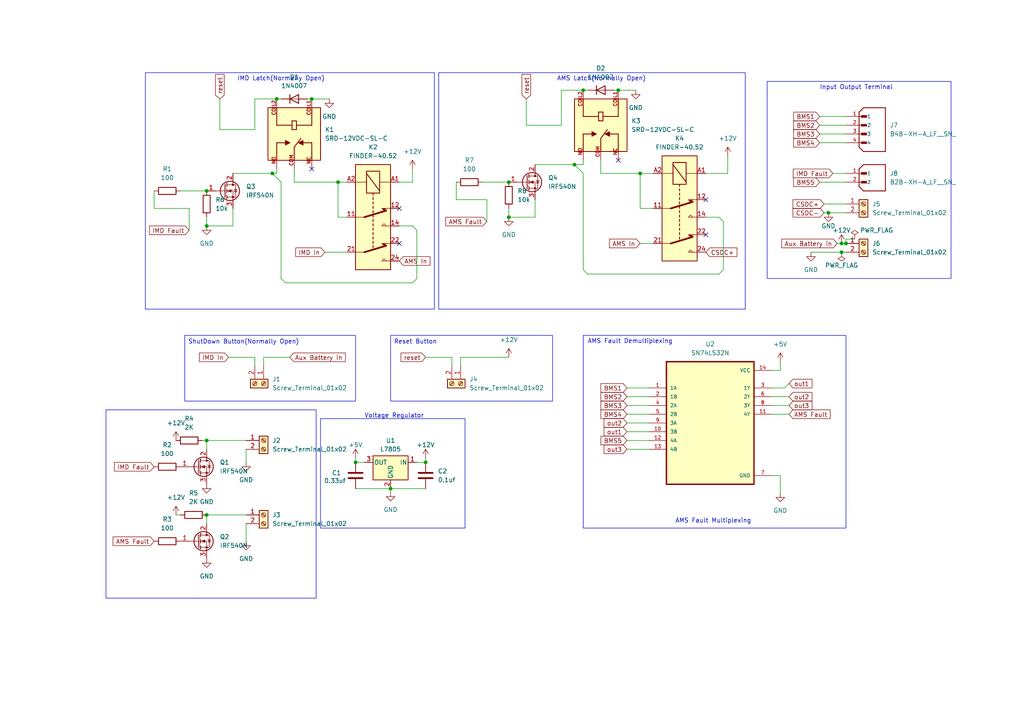
<source format=kicad_sch>
(kicad_sch (version 20230121) (generator eeschema)

  (uuid 6ab2f0a2-9c09-43d4-bf09-5dba416af43b)

  (paper "A4")

  (lib_symbols
    (symbol "Connector:Screw_Terminal_01x02" (pin_names (offset 1.016) hide) (in_bom yes) (on_board yes)
      (property "Reference" "J" (at 0 2.54 0)
        (effects (font (size 1.27 1.27)))
      )
      (property "Value" "Screw_Terminal_01x02" (at 0 -5.08 0)
        (effects (font (size 1.27 1.27)))
      )
      (property "Footprint" "" (at 0 0 0)
        (effects (font (size 1.27 1.27)) hide)
      )
      (property "Datasheet" "~" (at 0 0 0)
        (effects (font (size 1.27 1.27)) hide)
      )
      (property "ki_keywords" "screw terminal" (at 0 0 0)
        (effects (font (size 1.27 1.27)) hide)
      )
      (property "ki_description" "Generic screw terminal, single row, 01x02, script generated (kicad-library-utils/schlib/autogen/connector/)" (at 0 0 0)
        (effects (font (size 1.27 1.27)) hide)
      )
      (property "ki_fp_filters" "TerminalBlock*:*" (at 0 0 0)
        (effects (font (size 1.27 1.27)) hide)
      )
      (symbol "Screw_Terminal_01x02_1_1"
        (rectangle (start -1.27 1.27) (end 1.27 -3.81)
          (stroke (width 0.254) (type default))
          (fill (type background))
        )
        (circle (center 0 -2.54) (radius 0.635)
          (stroke (width 0.1524) (type default))
          (fill (type none))
        )
        (polyline
          (pts
            (xy -0.5334 -2.2098)
            (xy 0.3302 -3.048)
          )
          (stroke (width 0.1524) (type default))
          (fill (type none))
        )
        (polyline
          (pts
            (xy -0.5334 0.3302)
            (xy 0.3302 -0.508)
          )
          (stroke (width 0.1524) (type default))
          (fill (type none))
        )
        (polyline
          (pts
            (xy -0.3556 -2.032)
            (xy 0.508 -2.8702)
          )
          (stroke (width 0.1524) (type default))
          (fill (type none))
        )
        (polyline
          (pts
            (xy -0.3556 0.508)
            (xy 0.508 -0.3302)
          )
          (stroke (width 0.1524) (type default))
          (fill (type none))
        )
        (circle (center 0 0) (radius 0.635)
          (stroke (width 0.1524) (type default))
          (fill (type none))
        )
        (pin passive line (at -5.08 0 0) (length 3.81)
          (name "Pin_1" (effects (font (size 1.27 1.27))))
          (number "1" (effects (font (size 1.27 1.27))))
        )
        (pin passive line (at -5.08 -2.54 0) (length 3.81)
          (name "Pin_2" (effects (font (size 1.27 1.27))))
          (number "2" (effects (font (size 1.27 1.27))))
        )
      )
    )
    (symbol "Device:C" (pin_numbers hide) (pin_names (offset 0.254)) (in_bom yes) (on_board yes)
      (property "Reference" "C" (at 0.635 2.54 0)
        (effects (font (size 1.27 1.27)) (justify left))
      )
      (property "Value" "C" (at 0.635 -2.54 0)
        (effects (font (size 1.27 1.27)) (justify left))
      )
      (property "Footprint" "" (at 0.9652 -3.81 0)
        (effects (font (size 1.27 1.27)) hide)
      )
      (property "Datasheet" "~" (at 0 0 0)
        (effects (font (size 1.27 1.27)) hide)
      )
      (property "ki_keywords" "cap capacitor" (at 0 0 0)
        (effects (font (size 1.27 1.27)) hide)
      )
      (property "ki_description" "Unpolarized capacitor" (at 0 0 0)
        (effects (font (size 1.27 1.27)) hide)
      )
      (property "ki_fp_filters" "C_*" (at 0 0 0)
        (effects (font (size 1.27 1.27)) hide)
      )
      (symbol "C_0_1"
        (polyline
          (pts
            (xy -2.032 -0.762)
            (xy 2.032 -0.762)
          )
          (stroke (width 0.508) (type default))
          (fill (type none))
        )
        (polyline
          (pts
            (xy -2.032 0.762)
            (xy 2.032 0.762)
          )
          (stroke (width 0.508) (type default))
          (fill (type none))
        )
      )
      (symbol "C_1_1"
        (pin passive line (at 0 3.81 270) (length 2.794)
          (name "~" (effects (font (size 1.27 1.27))))
          (number "1" (effects (font (size 1.27 1.27))))
        )
        (pin passive line (at 0 -3.81 90) (length 2.794)
          (name "~" (effects (font (size 1.27 1.27))))
          (number "2" (effects (font (size 1.27 1.27))))
        )
      )
    )
    (symbol "Device:R" (pin_numbers hide) (pin_names (offset 0)) (in_bom yes) (on_board yes)
      (property "Reference" "R" (at 2.032 0 90)
        (effects (font (size 1.27 1.27)))
      )
      (property "Value" "R" (at 0 0 90)
        (effects (font (size 1.27 1.27)))
      )
      (property "Footprint" "" (at -1.778 0 90)
        (effects (font (size 1.27 1.27)) hide)
      )
      (property "Datasheet" "~" (at 0 0 0)
        (effects (font (size 1.27 1.27)) hide)
      )
      (property "ki_keywords" "R res resistor" (at 0 0 0)
        (effects (font (size 1.27 1.27)) hide)
      )
      (property "ki_description" "Resistor" (at 0 0 0)
        (effects (font (size 1.27 1.27)) hide)
      )
      (property "ki_fp_filters" "R_*" (at 0 0 0)
        (effects (font (size 1.27 1.27)) hide)
      )
      (symbol "R_0_1"
        (rectangle (start -1.016 -2.54) (end 1.016 2.54)
          (stroke (width 0.254) (type default))
          (fill (type none))
        )
      )
      (symbol "R_1_1"
        (pin passive line (at 0 3.81 270) (length 1.27)
          (name "~" (effects (font (size 1.27 1.27))))
          (number "1" (effects (font (size 1.27 1.27))))
        )
        (pin passive line (at 0 -3.81 90) (length 1.27)
          (name "~" (effects (font (size 1.27 1.27))))
          (number "2" (effects (font (size 1.27 1.27))))
        )
      )
    )
    (symbol "Diode:1N4007" (pin_numbers hide) (pin_names hide) (in_bom yes) (on_board yes)
      (property "Reference" "D" (at 0 2.54 0)
        (effects (font (size 1.27 1.27)))
      )
      (property "Value" "1N4007" (at 0 -2.54 0)
        (effects (font (size 1.27 1.27)))
      )
      (property "Footprint" "Diode_THT:D_DO-41_SOD81_P10.16mm_Horizontal" (at 0 -4.445 0)
        (effects (font (size 1.27 1.27)) hide)
      )
      (property "Datasheet" "http://www.vishay.com/docs/88503/1n4001.pdf" (at 0 0 0)
        (effects (font (size 1.27 1.27)) hide)
      )
      (property "Sim.Device" "D" (at 0 0 0)
        (effects (font (size 1.27 1.27)) hide)
      )
      (property "Sim.Pins" "1=K 2=A" (at 0 0 0)
        (effects (font (size 1.27 1.27)) hide)
      )
      (property "ki_keywords" "diode" (at 0 0 0)
        (effects (font (size 1.27 1.27)) hide)
      )
      (property "ki_description" "1000V 1A General Purpose Rectifier Diode, DO-41" (at 0 0 0)
        (effects (font (size 1.27 1.27)) hide)
      )
      (property "ki_fp_filters" "D*DO?41*" (at 0 0 0)
        (effects (font (size 1.27 1.27)) hide)
      )
      (symbol "1N4007_0_1"
        (polyline
          (pts
            (xy -1.27 1.27)
            (xy -1.27 -1.27)
          )
          (stroke (width 0.254) (type default))
          (fill (type none))
        )
        (polyline
          (pts
            (xy 1.27 0)
            (xy -1.27 0)
          )
          (stroke (width 0) (type default))
          (fill (type none))
        )
        (polyline
          (pts
            (xy 1.27 1.27)
            (xy 1.27 -1.27)
            (xy -1.27 0)
            (xy 1.27 1.27)
          )
          (stroke (width 0.254) (type default))
          (fill (type none))
        )
      )
      (symbol "1N4007_1_1"
        (pin passive line (at -3.81 0 0) (length 2.54)
          (name "K" (effects (font (size 1.27 1.27))))
          (number "1" (effects (font (size 1.27 1.27))))
        )
        (pin passive line (at 3.81 0 180) (length 2.54)
          (name "A" (effects (font (size 1.27 1.27))))
          (number "2" (effects (font (size 1.27 1.27))))
        )
      )
    )
    (symbol "Regulator_Linear:L7805" (pin_names (offset 0.254)) (in_bom yes) (on_board yes)
      (property "Reference" "U" (at -3.81 3.175 0)
        (effects (font (size 1.27 1.27)))
      )
      (property "Value" "L7805" (at 0 3.175 0)
        (effects (font (size 1.27 1.27)) (justify left))
      )
      (property "Footprint" "" (at 0.635 -3.81 0)
        (effects (font (size 1.27 1.27) italic) (justify left) hide)
      )
      (property "Datasheet" "http://www.st.com/content/ccc/resource/technical/document/datasheet/41/4f/b3/b0/12/d4/47/88/CD00000444.pdf/files/CD00000444.pdf/jcr:content/translations/en.CD00000444.pdf" (at 0 -1.27 0)
        (effects (font (size 1.27 1.27)) hide)
      )
      (property "ki_keywords" "Voltage Regulator 1.5A Positive" (at 0 0 0)
        (effects (font (size 1.27 1.27)) hide)
      )
      (property "ki_description" "Positive 1.5A 35V Linear Regulator, Fixed Output 5V, TO-220/TO-263/TO-252" (at 0 0 0)
        (effects (font (size 1.27 1.27)) hide)
      )
      (property "ki_fp_filters" "TO?252* TO?263* TO?220*" (at 0 0 0)
        (effects (font (size 1.27 1.27)) hide)
      )
      (symbol "L7805_0_1"
        (rectangle (start -5.08 1.905) (end 5.08 -5.08)
          (stroke (width 0.254) (type default))
          (fill (type background))
        )
      )
      (symbol "L7805_1_1"
        (pin power_in line (at -7.62 0 0) (length 2.54)
          (name "IN" (effects (font (size 1.27 1.27))))
          (number "1" (effects (font (size 1.27 1.27))))
        )
        (pin power_in line (at 0 -7.62 90) (length 2.54)
          (name "GND" (effects (font (size 1.27 1.27))))
          (number "2" (effects (font (size 1.27 1.27))))
        )
        (pin power_out line (at 7.62 0 180) (length 2.54)
          (name "OUT" (effects (font (size 1.27 1.27))))
          (number "3" (effects (font (size 1.27 1.27))))
        )
      )
    )
    (symbol "Relay:FINDER-40.52" (in_bom yes) (on_board yes)
      (property "Reference" "K" (at 16.51 3.81 0)
        (effects (font (size 1.27 1.27)) (justify left))
      )
      (property "Value" "FINDER-40.52" (at 16.51 1.27 0)
        (effects (font (size 1.27 1.27)) (justify left))
      )
      (property "Footprint" "Relay_THT:Relay_DPDT_Finder_40.52" (at 34.29 -0.762 0)
        (effects (font (size 1.27 1.27)) hide)
      )
      (property "Datasheet" "http://gfinder.findernet.com/assets/Series/353/S40EN.pdf" (at 0 0 0)
        (effects (font (size 1.27 1.27)) hide)
      )
      (property "ki_keywords" "Dual Pole Relay" (at 0 0 0)
        (effects (font (size 1.27 1.27)) hide)
      )
      (property "ki_description" "FINDER 40.52, Dual Pole Relay, 5mm Pitch, 10A" (at 0 0 0)
        (effects (font (size 1.27 1.27)) hide)
      )
      (property "ki_fp_filters" "Relay*DPDT*Finder*40.52*" (at 0 0 0)
        (effects (font (size 1.27 1.27)) hide)
      )
      (symbol "FINDER-40.52_0_1"
        (rectangle (start -15.24 5.08) (end 15.24 -5.08)
          (stroke (width 0.254) (type default))
          (fill (type background))
        )
        (rectangle (start -13.335 1.905) (end -6.985 -1.905)
          (stroke (width 0.254) (type default))
          (fill (type none))
        )
        (polyline
          (pts
            (xy -12.7 -1.905)
            (xy -7.62 1.905)
          )
          (stroke (width 0.254) (type default))
          (fill (type none))
        )
        (polyline
          (pts
            (xy -10.16 -5.08)
            (xy -10.16 -1.905)
          )
          (stroke (width 0) (type default))
          (fill (type none))
        )
        (polyline
          (pts
            (xy -10.16 5.08)
            (xy -10.16 1.905)
          )
          (stroke (width 0) (type default))
          (fill (type none))
        )
        (polyline
          (pts
            (xy -6.985 0)
            (xy -6.35 0)
          )
          (stroke (width 0.254) (type default))
          (fill (type none))
        )
        (polyline
          (pts
            (xy -5.715 0)
            (xy -5.08 0)
          )
          (stroke (width 0.254) (type default))
          (fill (type none))
        )
        (polyline
          (pts
            (xy -4.445 0)
            (xy -3.81 0)
          )
          (stroke (width 0.254) (type default))
          (fill (type none))
        )
        (polyline
          (pts
            (xy -3.175 0)
            (xy -2.54 0)
          )
          (stroke (width 0.254) (type default))
          (fill (type none))
        )
        (polyline
          (pts
            (xy -1.905 0)
            (xy -1.27 0)
          )
          (stroke (width 0.254) (type default))
          (fill (type none))
        )
        (polyline
          (pts
            (xy -0.635 0)
            (xy 0 0)
          )
          (stroke (width 0.254) (type default))
          (fill (type none))
        )
        (polyline
          (pts
            (xy 0 -2.54)
            (xy -1.905 3.81)
          )
          (stroke (width 0.508) (type default))
          (fill (type none))
        )
        (polyline
          (pts
            (xy 0 -2.54)
            (xy 0 -5.08)
          )
          (stroke (width 0) (type default))
          (fill (type none))
        )
        (polyline
          (pts
            (xy 0.635 0)
            (xy 1.27 0)
          )
          (stroke (width 0.254) (type default))
          (fill (type none))
        )
        (polyline
          (pts
            (xy 1.905 0)
            (xy 2.54 0)
          )
          (stroke (width 0.254) (type default))
          (fill (type none))
        )
        (polyline
          (pts
            (xy 3.175 0)
            (xy 3.81 0)
          )
          (stroke (width 0.254) (type default))
          (fill (type none))
        )
        (polyline
          (pts
            (xy 4.445 0)
            (xy 5.08 0)
          )
          (stroke (width 0.254) (type default))
          (fill (type none))
        )
        (polyline
          (pts
            (xy 5.715 0)
            (xy 6.35 0)
          )
          (stroke (width 0.254) (type default))
          (fill (type none))
        )
        (polyline
          (pts
            (xy 6.985 0)
            (xy 7.62 0)
          )
          (stroke (width 0.254) (type default))
          (fill (type none))
        )
        (polyline
          (pts
            (xy 8.255 0)
            (xy 8.89 0)
          )
          (stroke (width 0.254) (type default))
          (fill (type none))
        )
        (polyline
          (pts
            (xy 10.16 -2.54)
            (xy 8.255 3.81)
          )
          (stroke (width 0.508) (type default))
          (fill (type none))
        )
        (polyline
          (pts
            (xy 10.16 -2.54)
            (xy 10.16 -5.08)
          )
          (stroke (width 0) (type default))
          (fill (type none))
        )
        (polyline
          (pts
            (xy -2.54 5.08)
            (xy -2.54 2.54)
            (xy -1.905 3.175)
            (xy -2.54 3.81)
          )
          (stroke (width 0) (type default))
          (fill (type outline))
        )
        (polyline
          (pts
            (xy 2.54 5.08)
            (xy 2.54 2.54)
            (xy 1.905 3.175)
            (xy 2.54 3.81)
          )
          (stroke (width 0) (type default))
          (fill (type none))
        )
        (polyline
          (pts
            (xy 7.62 5.08)
            (xy 7.62 2.54)
            (xy 8.255 3.175)
            (xy 7.62 3.81)
          )
          (stroke (width 0) (type default))
          (fill (type outline))
        )
        (polyline
          (pts
            (xy 12.7 5.08)
            (xy 12.7 2.54)
            (xy 12.065 3.175)
            (xy 12.7 3.81)
          )
          (stroke (width 0) (type default))
          (fill (type none))
        )
      )
      (symbol "FINDER-40.52_1_1"
        (pin passive line (at 0 -7.62 90) (length 2.54)
          (name "~" (effects (font (size 1.27 1.27))))
          (number "11" (effects (font (size 1.27 1.27))))
        )
        (pin passive line (at -2.54 7.62 270) (length 2.54)
          (name "~" (effects (font (size 1.27 1.27))))
          (number "12" (effects (font (size 1.27 1.27))))
        )
        (pin passive line (at 2.54 7.62 270) (length 2.54)
          (name "~" (effects (font (size 1.27 1.27))))
          (number "14" (effects (font (size 1.27 1.27))))
        )
        (pin passive line (at 10.16 -7.62 90) (length 2.54)
          (name "~" (effects (font (size 1.27 1.27))))
          (number "21" (effects (font (size 1.27 1.27))))
        )
        (pin passive line (at 7.62 7.62 270) (length 2.54)
          (name "~" (effects (font (size 1.27 1.27))))
          (number "22" (effects (font (size 1.27 1.27))))
        )
        (pin passive line (at 12.7 7.62 270) (length 2.54)
          (name "~" (effects (font (size 1.27 1.27))))
          (number "24" (effects (font (size 1.27 1.27))))
        )
        (pin passive line (at -10.16 7.62 270) (length 2.54)
          (name "~" (effects (font (size 1.27 1.27))))
          (number "A1" (effects (font (size 1.27 1.27))))
        )
        (pin passive line (at -10.16 -7.62 90) (length 2.54)
          (name "~" (effects (font (size 1.27 1.27))))
          (number "A2" (effects (font (size 1.27 1.27))))
        )
      )
    )
    (symbol "SN74LS32N:SN74LS32N" (pin_names (offset 1.016)) (in_bom yes) (on_board yes)
      (property "Reference" "U" (at -12.7 18.78 0)
        (effects (font (size 1.27 1.27)) (justify left bottom))
      )
      (property "Value" "SN74LS32N" (at -12.7 -21.78 0)
        (effects (font (size 1.27 1.27)) (justify left bottom))
      )
      (property "Footprint" "SN74LS32N:DIP794W45P254L1969H508Q14" (at 0 0 0)
        (effects (font (size 1.27 1.27)) (justify bottom) hide)
      )
      (property "Datasheet" "" (at 0 0 0)
        (effects (font (size 1.27 1.27)) hide)
      )
      (property "MF" "Texas Instruments" (at 0 0 0)
        (effects (font (size 1.27 1.27)) (justify bottom) hide)
      )
      (property "Description" "\n4-ch, 2-input, 4.75-V to 5.25-V bipolar OR gates with TTL-compatible CMOS inputs\n" (at 0 0 0)
        (effects (font (size 1.27 1.27)) (justify bottom) hide)
      )
      (property "Package" "PDIP-14 Texas Instruments" (at 0 0 0)
        (effects (font (size 1.27 1.27)) (justify bottom) hide)
      )
      (property "Price" "None" (at 0 0 0)
        (effects (font (size 1.27 1.27)) (justify bottom) hide)
      )
      (property "SnapEDA_Link" "https://www.snapeda.com/parts/SN74LS32N/Texas+Instruments/view-part/?ref=snap" (at 0 0 0)
        (effects (font (size 1.27 1.27)) (justify bottom) hide)
      )
      (property "MP" "SN74LS32N" (at 0 0 0)
        (effects (font (size 1.27 1.27)) (justify bottom) hide)
      )
      (property "Purchase-URL" "https://www.snapeda.com/api/url_track_click_mouser/?unipart_id=44478&manufacturer=Texas Instruments&part_name=SN74LS32N&search_term=sn74ls32" (at 0 0 0)
        (effects (font (size 1.27 1.27)) (justify bottom) hide)
      )
      (property "Availability" "In Stock" (at 0 0 0)
        (effects (font (size 1.27 1.27)) (justify bottom) hide)
      )
      (property "Check_prices" "https://www.snapeda.com/parts/SN74LS32N/Texas+Instruments/view-part/?ref=eda" (at 0 0 0)
        (effects (font (size 1.27 1.27)) (justify bottom) hide)
      )
      (symbol "SN74LS32N_0_0"
        (rectangle (start -12.7 -17.78) (end 12.7 17.78)
          (stroke (width 0.41) (type default))
          (fill (type background))
        )
        (pin input line (at -17.78 10.16 0) (length 5.08)
          (name "1A" (effects (font (size 1.016 1.016))))
          (number "1" (effects (font (size 1.016 1.016))))
        )
        (pin input line (at -17.78 -2.54 0) (length 5.08)
          (name "3B" (effects (font (size 1.016 1.016))))
          (number "10" (effects (font (size 1.016 1.016))))
        )
        (pin output line (at 17.78 2.54 180) (length 5.08)
          (name "4Y" (effects (font (size 1.016 1.016))))
          (number "11" (effects (font (size 1.016 1.016))))
        )
        (pin input line (at -17.78 -5.08 0) (length 5.08)
          (name "4A" (effects (font (size 1.016 1.016))))
          (number "12" (effects (font (size 1.016 1.016))))
        )
        (pin input line (at -17.78 -7.62 0) (length 5.08)
          (name "4B" (effects (font (size 1.016 1.016))))
          (number "13" (effects (font (size 1.016 1.016))))
        )
        (pin power_in line (at 17.78 15.24 180) (length 5.08)
          (name "VCC" (effects (font (size 1.016 1.016))))
          (number "14" (effects (font (size 1.016 1.016))))
        )
        (pin input line (at -17.78 7.62 0) (length 5.08)
          (name "1B" (effects (font (size 1.016 1.016))))
          (number "2" (effects (font (size 1.016 1.016))))
        )
        (pin output line (at 17.78 10.16 180) (length 5.08)
          (name "1Y" (effects (font (size 1.016 1.016))))
          (number "3" (effects (font (size 1.016 1.016))))
        )
        (pin input line (at -17.78 5.08 0) (length 5.08)
          (name "2A" (effects (font (size 1.016 1.016))))
          (number "4" (effects (font (size 1.016 1.016))))
        )
        (pin input line (at -17.78 2.54 0) (length 5.08)
          (name "2B" (effects (font (size 1.016 1.016))))
          (number "5" (effects (font (size 1.016 1.016))))
        )
        (pin output line (at 17.78 7.62 180) (length 5.08)
          (name "2Y" (effects (font (size 1.016 1.016))))
          (number "6" (effects (font (size 1.016 1.016))))
        )
        (pin power_in line (at 17.78 -15.24 180) (length 5.08)
          (name "GND" (effects (font (size 1.016 1.016))))
          (number "7" (effects (font (size 1.016 1.016))))
        )
        (pin output line (at 17.78 5.08 180) (length 5.08)
          (name "3Y" (effects (font (size 1.016 1.016))))
          (number "8" (effects (font (size 1.016 1.016))))
        )
        (pin input line (at -17.78 0 0) (length 5.08)
          (name "3A" (effects (font (size 1.016 1.016))))
          (number "9" (effects (font (size 1.016 1.016))))
        )
      )
    )
    (symbol "SRD-12VDC-SL-C:SRD-12VDC-SL-C" (pin_names (offset 1.016)) (in_bom yes) (on_board yes)
      (property "Reference" "K" (at -7.62 8.89 0)
        (effects (font (size 1.27 1.27)) (justify left bottom))
      )
      (property "Value" "SRD-12VDC-SL-C" (at -7.62 -10.16 0)
        (effects (font (size 1.27 1.27)) (justify left bottom))
      )
      (property "Footprint" "RELAY_SRD-12VDC-SL-C" (at 0 0 0)
        (effects (font (size 1.27 1.27)) (justify bottom) hide)
      )
      (property "Datasheet" "" (at 0 0 0)
        (effects (font (size 1.27 1.27)) hide)
      )
      (property "PARTREV" "1.0" (at 0 0 0)
        (effects (font (size 1.27 1.27)) (justify bottom) hide)
      )
      (property "STANDARD" "IPC 7351B" (at 0 0 0)
        (effects (font (size 1.27 1.27)) (justify bottom) hide)
      )
      (property "MAXIMUM_PACKAGE_HEIGHT" "15.8 mm" (at 0 0 0)
        (effects (font (size 1.27 1.27)) (justify bottom) hide)
      )
      (property "MANUFACTURER" "Songle Relay" (at 0 0 0)
        (effects (font (size 1.27 1.27)) (justify bottom) hide)
      )
      (symbol "SRD-12VDC-SL-C_0_0"
        (rectangle (start -7.62 -7.62) (end 7.62 7.62)
          (stroke (width 0.254) (type default))
          (fill (type background))
        )
        (polyline
          (pts
            (xy -7.62 -5.08)
            (xy -2.54 -5.08)
          )
          (stroke (width 0.254) (type default))
          (fill (type none))
        )
        (polyline
          (pts
            (xy -7.62 5.08)
            (xy -2.54 5.08)
          )
          (stroke (width 0.254) (type default))
          (fill (type none))
        )
        (polyline
          (pts
            (xy -3.81 -0.635)
            (xy -3.81 0.635)
          )
          (stroke (width 0.254) (type default))
          (fill (type none))
        )
        (polyline
          (pts
            (xy -3.81 0.635)
            (xy -2.54 0.635)
          )
          (stroke (width 0.254) (type default))
          (fill (type none))
        )
        (polyline
          (pts
            (xy -2.54 -0.635)
            (xy -3.81 -0.635)
          )
          (stroke (width 0.254) (type default))
          (fill (type none))
        )
        (polyline
          (pts
            (xy -2.54 -0.635)
            (xy -2.54 -5.08)
          )
          (stroke (width 0.254) (type default))
          (fill (type none))
        )
        (polyline
          (pts
            (xy -2.54 0.635)
            (xy -1.27 0.635)
          )
          (stroke (width 0.254) (type default))
          (fill (type none))
        )
        (polyline
          (pts
            (xy -2.54 5.08)
            (xy -2.54 0.635)
          )
          (stroke (width 0.254) (type default))
          (fill (type none))
        )
        (polyline
          (pts
            (xy -1.27 -0.635)
            (xy -2.54 -0.635)
          )
          (stroke (width 0.254) (type default))
          (fill (type none))
        )
        (polyline
          (pts
            (xy -1.27 0.635)
            (xy -1.27 -0.635)
          )
          (stroke (width 0.254) (type default))
          (fill (type none))
        )
        (polyline
          (pts
            (xy 2.54 -5.08)
            (xy 2.54 -2.54)
          )
          (stroke (width 0.254) (type default))
          (fill (type none))
        )
        (polyline
          (pts
            (xy 2.54 5.08)
            (xy 2.54 2.54)
          )
          (stroke (width 0.254) (type default))
          (fill (type none))
        )
        (polyline
          (pts
            (xy 2.54 5.08)
            (xy 7.62 5.08)
          )
          (stroke (width 0.254) (type default))
          (fill (type none))
        )
        (polyline
          (pts
            (xy 3.81 0)
            (xy 1.27 1.905)
          )
          (stroke (width 0.254) (type default))
          (fill (type none))
        )
        (polyline
          (pts
            (xy 7.62 -5.08)
            (xy 2.54 -5.08)
          )
          (stroke (width 0.254) (type default))
          (fill (type none))
        )
        (polyline
          (pts
            (xy 7.62 0)
            (xy 3.81 0)
          )
          (stroke (width 0.254) (type default))
          (fill (type none))
        )
        (polyline
          (pts
            (xy 1.905 -2.54)
            (xy 3.175 -2.54)
            (xy 2.54 -1.27)
            (xy 1.905 -2.54)
          )
          (stroke (width 0.254) (type default))
          (fill (type outline))
        )
        (polyline
          (pts
            (xy 3.175 2.54)
            (xy 1.905 2.54)
            (xy 2.54 1.27)
            (xy 3.175 2.54)
          )
          (stroke (width 0.254) (type default))
          (fill (type outline))
        )
        (pin passive line (at -10.16 5.08 0) (length 5.08)
          (name "~" (effects (font (size 1.016 1.016))))
          (number "COIL1" (effects (font (size 1.016 1.016))))
        )
        (pin passive line (at -10.16 -5.08 0) (length 5.08)
          (name "~" (effects (font (size 1.016 1.016))))
          (number "COIL2" (effects (font (size 1.016 1.016))))
        )
        (pin passive line (at 10.16 0 180) (length 5.08)
          (name "~" (effects (font (size 1.016 1.016))))
          (number "COM" (effects (font (size 1.016 1.016))))
        )
        (pin passive line (at 10.16 5.08 180) (length 5.08)
          (name "~" (effects (font (size 1.016 1.016))))
          (number "NC" (effects (font (size 1.016 1.016))))
        )
        (pin passive line (at 10.16 -5.08 180) (length 5.08)
          (name "~" (effects (font (size 1.016 1.016))))
          (number "NO" (effects (font (size 1.016 1.016))))
        )
      )
    )
    (symbol "Transistor_FET:IRF540N" (pin_names hide) (in_bom yes) (on_board yes)
      (property "Reference" "Q" (at 6.35 1.905 0)
        (effects (font (size 1.27 1.27)) (justify left))
      )
      (property "Value" "IRF540N" (at 6.35 0 0)
        (effects (font (size 1.27 1.27)) (justify left))
      )
      (property "Footprint" "Package_TO_SOT_THT:TO-220-3_Vertical" (at 6.35 -1.905 0)
        (effects (font (size 1.27 1.27) italic) (justify left) hide)
      )
      (property "Datasheet" "http://www.irf.com/product-info/datasheets/data/irf540n.pdf" (at 0 0 0)
        (effects (font (size 1.27 1.27)) (justify left) hide)
      )
      (property "ki_keywords" "HEXFET N-Channel MOSFET" (at 0 0 0)
        (effects (font (size 1.27 1.27)) hide)
      )
      (property "ki_description" "33A Id, 100V Vds, HEXFET N-Channel MOSFET, TO-220" (at 0 0 0)
        (effects (font (size 1.27 1.27)) hide)
      )
      (property "ki_fp_filters" "TO?220*" (at 0 0 0)
        (effects (font (size 1.27 1.27)) hide)
      )
      (symbol "IRF540N_0_1"
        (polyline
          (pts
            (xy 0.254 0)
            (xy -2.54 0)
          )
          (stroke (width 0) (type default))
          (fill (type none))
        )
        (polyline
          (pts
            (xy 0.254 1.905)
            (xy 0.254 -1.905)
          )
          (stroke (width 0.254) (type default))
          (fill (type none))
        )
        (polyline
          (pts
            (xy 0.762 -1.27)
            (xy 0.762 -2.286)
          )
          (stroke (width 0.254) (type default))
          (fill (type none))
        )
        (polyline
          (pts
            (xy 0.762 0.508)
            (xy 0.762 -0.508)
          )
          (stroke (width 0.254) (type default))
          (fill (type none))
        )
        (polyline
          (pts
            (xy 0.762 2.286)
            (xy 0.762 1.27)
          )
          (stroke (width 0.254) (type default))
          (fill (type none))
        )
        (polyline
          (pts
            (xy 2.54 2.54)
            (xy 2.54 1.778)
          )
          (stroke (width 0) (type default))
          (fill (type none))
        )
        (polyline
          (pts
            (xy 2.54 -2.54)
            (xy 2.54 0)
            (xy 0.762 0)
          )
          (stroke (width 0) (type default))
          (fill (type none))
        )
        (polyline
          (pts
            (xy 0.762 -1.778)
            (xy 3.302 -1.778)
            (xy 3.302 1.778)
            (xy 0.762 1.778)
          )
          (stroke (width 0) (type default))
          (fill (type none))
        )
        (polyline
          (pts
            (xy 1.016 0)
            (xy 2.032 0.381)
            (xy 2.032 -0.381)
            (xy 1.016 0)
          )
          (stroke (width 0) (type default))
          (fill (type outline))
        )
        (polyline
          (pts
            (xy 2.794 0.508)
            (xy 2.921 0.381)
            (xy 3.683 0.381)
            (xy 3.81 0.254)
          )
          (stroke (width 0) (type default))
          (fill (type none))
        )
        (polyline
          (pts
            (xy 3.302 0.381)
            (xy 2.921 -0.254)
            (xy 3.683 -0.254)
            (xy 3.302 0.381)
          )
          (stroke (width 0) (type default))
          (fill (type none))
        )
        (circle (center 1.651 0) (radius 2.794)
          (stroke (width 0.254) (type default))
          (fill (type none))
        )
        (circle (center 2.54 -1.778) (radius 0.254)
          (stroke (width 0) (type default))
          (fill (type outline))
        )
        (circle (center 2.54 1.778) (radius 0.254)
          (stroke (width 0) (type default))
          (fill (type outline))
        )
      )
      (symbol "IRF540N_1_1"
        (pin input line (at -5.08 0 0) (length 2.54)
          (name "G" (effects (font (size 1.27 1.27))))
          (number "1" (effects (font (size 1.27 1.27))))
        )
        (pin passive line (at 2.54 5.08 270) (length 2.54)
          (name "D" (effects (font (size 1.27 1.27))))
          (number "2" (effects (font (size 1.27 1.27))))
        )
        (pin passive line (at 2.54 -5.08 90) (length 2.54)
          (name "S" (effects (font (size 1.27 1.27))))
          (number "3" (effects (font (size 1.27 1.27))))
        )
      )
    )
    (symbol "conn-JST-2pin:B2B-XH-A_LF__SN_" (pin_names (offset 1.016)) (in_bom yes) (on_board yes)
      (property "Reference" "J" (at -2.54 6.35 0)
        (effects (font (size 1.27 1.27)) (justify left bottom))
      )
      (property "Value" "B2B-XH-A_LF__SN_" (at -2.54 -5.08 0)
        (effects (font (size 1.27 1.27)) (justify left bottom))
      )
      (property "Footprint" "B2B-XH-A_LF__SN_:JST_B2B-XH-A_LF__SN_" (at 0 0 0)
        (effects (font (size 1.27 1.27)) (justify bottom) hide)
      )
      (property "Datasheet" "" (at 0 0 0)
        (effects (font (size 1.27 1.27)) hide)
      )
      (property "MF" "JST Sales America Inc." (at 0 0 0)
        (effects (font (size 1.27 1.27)) (justify bottom) hide)
      )
      (property "MAXIMUM_PACKAGE_HEIGHT" "7 mm" (at 0 0 0)
        (effects (font (size 1.27 1.27)) (justify bottom) hide)
      )
      (property "Package" "None" (at 0 0 0)
        (effects (font (size 1.27 1.27)) (justify bottom) hide)
      )
      (property "Price" "None" (at 0 0 0)
        (effects (font (size 1.27 1.27)) (justify bottom) hide)
      )
      (property "Check_prices" "https://www.snapeda.com/parts/B2B-XH-A(LF)(SN)/JST+Sales+America+Inc./view-part/?ref=eda" (at 0 0 0)
        (effects (font (size 1.27 1.27)) (justify bottom) hide)
      )
      (property "STANDARD" "Manufacturer Recommendations" (at 0 0 0)
        (effects (font (size 1.27 1.27)) (justify bottom) hide)
      )
      (property "PARTREV" "N/A" (at 0 0 0)
        (effects (font (size 1.27 1.27)) (justify bottom) hide)
      )
      (property "SnapEDA_Link" "https://www.snapeda.com/parts/B2B-XH-A(LF)(SN)/JST+Sales+America+Inc./view-part/?ref=snap" (at 0 0 0)
        (effects (font (size 1.27 1.27)) (justify bottom) hide)
      )
      (property "MP" "B2B-XH-A(LF)(SN)" (at 0 0 0)
        (effects (font (size 1.27 1.27)) (justify bottom) hide)
      )
      (property "Description" "\nConnector Header Through Hole 2 position 0.098 (2.50mm)\n" (at 0 0 0)
        (effects (font (size 1.27 1.27)) (justify bottom) hide)
      )
      (property "Availability" "In Stock" (at 0 0 0)
        (effects (font (size 1.27 1.27)) (justify bottom) hide)
      )
      (property "MANUFACTURER" "JST Sales America Inc." (at 0 0 0)
        (effects (font (size 1.27 1.27)) (justify bottom) hide)
      )
      (symbol "B2B-XH-A_LF__SN__0_0"
        (rectangle (start -3.175 -0.3175) (end -1.5875 0.3175)
          (stroke (width 0.1) (type default))
          (fill (type outline))
        )
        (rectangle (start -3.175 2.2225) (end -1.5875 2.8575)
          (stroke (width 0.1) (type default))
          (fill (type outline))
        )
        (polyline
          (pts
            (xy -3.81 -1.27)
            (xy -2.54 -2.54)
          )
          (stroke (width 0.254) (type default))
          (fill (type none))
        )
        (polyline
          (pts
            (xy -3.81 3.81)
            (xy -3.81 -1.27)
          )
          (stroke (width 0.254) (type default))
          (fill (type none))
        )
        (polyline
          (pts
            (xy -3.81 3.81)
            (xy -2.54 5.08)
          )
          (stroke (width 0.254) (type default))
          (fill (type none))
        )
        (polyline
          (pts
            (xy -2.54 -2.54)
            (xy 3.81 -2.54)
          )
          (stroke (width 0.254) (type default))
          (fill (type none))
        )
        (polyline
          (pts
            (xy 3.81 -2.54)
            (xy 3.81 5.08)
          )
          (stroke (width 0.254) (type default))
          (fill (type none))
        )
        (polyline
          (pts
            (xy 3.81 5.08)
            (xy -2.54 5.08)
          )
          (stroke (width 0.254) (type default))
          (fill (type none))
        )
        (pin passive line (at -7.62 2.54 0) (length 5.08)
          (name "1" (effects (font (size 1.016 1.016))))
          (number "1" (effects (font (size 1.016 1.016))))
        )
        (pin passive line (at -7.62 0 0) (length 5.08)
          (name "2" (effects (font (size 1.016 1.016))))
          (number "2" (effects (font (size 1.016 1.016))))
        )
      )
    )
    (symbol "conn-JST-4pin:B4B-XH-A_LF__SN_" (pin_names (offset 1.016)) (in_bom yes) (on_board yes)
      (property "Reference" "J" (at -2.54 6.35 0)
        (effects (font (size 1.27 1.27)) (justify left bottom))
      )
      (property "Value" "B4B-XH-A_LF__SN_" (at -2.54 -10.16 0)
        (effects (font (size 1.27 1.27)) (justify left bottom))
      )
      (property "Footprint" "B4B-XH-A_LF__SN_:JST_B4B-XH-A_LF__SN_" (at 0 0 0)
        (effects (font (size 1.27 1.27)) (justify bottom) hide)
      )
      (property "Datasheet" "" (at 0 0 0)
        (effects (font (size 1.27 1.27)) hide)
      )
      (property "MF" "JST Sales America Inc." (at 0 0 0)
        (effects (font (size 1.27 1.27)) (justify bottom) hide)
      )
      (property "MAXIMUM_PACKAGE_HEIGHT" "7.00 mm" (at 0 0 0)
        (effects (font (size 1.27 1.27)) (justify bottom) hide)
      )
      (property "Package" "None" (at 0 0 0)
        (effects (font (size 1.27 1.27)) (justify bottom) hide)
      )
      (property "Price" "None" (at 0 0 0)
        (effects (font (size 1.27 1.27)) (justify bottom) hide)
      )
      (property "Check_prices" "https://www.snapeda.com/parts/B4B-XH-A(LF)(SN)/JST+Sales+America+Inc./view-part/?ref=eda" (at 0 0 0)
        (effects (font (size 1.27 1.27)) (justify bottom) hide)
      )
      (property "STANDARD" "Manufacturer Recommendations" (at 0 0 0)
        (effects (font (size 1.27 1.27)) (justify bottom) hide)
      )
      (property "PARTREV" "7/4/21" (at 0 0 0)
        (effects (font (size 1.27 1.27)) (justify bottom) hide)
      )
      (property "SnapEDA_Link" "https://www.snapeda.com/parts/B4B-XH-A(LF)(SN)/JST+Sales+America+Inc./view-part/?ref=snap" (at 0 0 0)
        (effects (font (size 1.27 1.27)) (justify bottom) hide)
      )
      (property "MP" "B4B-XH-A(LF)(SN)" (at 0 0 0)
        (effects (font (size 1.27 1.27)) (justify bottom) hide)
      )
      (property "Description" "\nConnector Header Through Hole 4 position 0.098 (2.50mm)\n" (at 0 0 0)
        (effects (font (size 1.27 1.27)) (justify bottom) hide)
      )
      (property "Availability" "In Stock" (at 0 0 0)
        (effects (font (size 1.27 1.27)) (justify bottom) hide)
      )
      (property "MANUFACTURER" "JST" (at 0 0 0)
        (effects (font (size 1.27 1.27)) (justify bottom) hide)
      )
      (symbol "B4B-XH-A_LF__SN__0_0"
        (rectangle (start -3.175 -5.3975) (end -1.5875 -4.7625)
          (stroke (width 0.1) (type default))
          (fill (type outline))
        )
        (rectangle (start -3.175 -2.8575) (end -1.5875 -2.2225)
          (stroke (width 0.1) (type default))
          (fill (type outline))
        )
        (rectangle (start -3.175 -0.3175) (end -1.5875 0.3175)
          (stroke (width 0.1) (type default))
          (fill (type outline))
        )
        (rectangle (start -3.175 2.2225) (end -1.5875 2.8575)
          (stroke (width 0.1) (type default))
          (fill (type outline))
        )
        (polyline
          (pts
            (xy -3.81 -6.35)
            (xy -2.54 -7.62)
          )
          (stroke (width 0.254) (type default))
          (fill (type none))
        )
        (polyline
          (pts
            (xy -3.81 3.81)
            (xy -3.81 -6.35)
          )
          (stroke (width 0.254) (type default))
          (fill (type none))
        )
        (polyline
          (pts
            (xy -3.81 3.81)
            (xy -2.54 5.08)
          )
          (stroke (width 0.254) (type default))
          (fill (type none))
        )
        (polyline
          (pts
            (xy -2.54 -7.62)
            (xy 3.81 -7.62)
          )
          (stroke (width 0.254) (type default))
          (fill (type none))
        )
        (polyline
          (pts
            (xy 3.81 -7.62)
            (xy 3.81 5.08)
          )
          (stroke (width 0.254) (type default))
          (fill (type none))
        )
        (polyline
          (pts
            (xy 3.81 5.08)
            (xy -2.54 5.08)
          )
          (stroke (width 0.254) (type default))
          (fill (type none))
        )
        (pin passive line (at -7.62 2.54 0) (length 5.08)
          (name "1" (effects (font (size 1.016 1.016))))
          (number "1" (effects (font (size 1.016 1.016))))
        )
        (pin passive line (at -7.62 0 0) (length 5.08)
          (name "2" (effects (font (size 1.016 1.016))))
          (number "2" (effects (font (size 1.016 1.016))))
        )
        (pin passive line (at -7.62 -2.54 0) (length 5.08)
          (name "3" (effects (font (size 1.016 1.016))))
          (number "3" (effects (font (size 1.016 1.016))))
        )
        (pin passive line (at -7.62 -5.08 0) (length 5.08)
          (name "4" (effects (font (size 1.016 1.016))))
          (number "4" (effects (font (size 1.016 1.016))))
        )
      )
    )
    (symbol "power:+12V" (power) (pin_names (offset 0)) (in_bom yes) (on_board yes)
      (property "Reference" "#PWR" (at 0 -3.81 0)
        (effects (font (size 1.27 1.27)) hide)
      )
      (property "Value" "+12V" (at 0 3.556 0)
        (effects (font (size 1.27 1.27)))
      )
      (property "Footprint" "" (at 0 0 0)
        (effects (font (size 1.27 1.27)) hide)
      )
      (property "Datasheet" "" (at 0 0 0)
        (effects (font (size 1.27 1.27)) hide)
      )
      (property "ki_keywords" "global power" (at 0 0 0)
        (effects (font (size 1.27 1.27)) hide)
      )
      (property "ki_description" "Power symbol creates a global label with name \"+12V\"" (at 0 0 0)
        (effects (font (size 1.27 1.27)) hide)
      )
      (symbol "+12V_0_1"
        (polyline
          (pts
            (xy -0.762 1.27)
            (xy 0 2.54)
          )
          (stroke (width 0) (type default))
          (fill (type none))
        )
        (polyline
          (pts
            (xy 0 0)
            (xy 0 2.54)
          )
          (stroke (width 0) (type default))
          (fill (type none))
        )
        (polyline
          (pts
            (xy 0 2.54)
            (xy 0.762 1.27)
          )
          (stroke (width 0) (type default))
          (fill (type none))
        )
      )
      (symbol "+12V_1_1"
        (pin power_in line (at 0 0 90) (length 0) hide
          (name "+12V" (effects (font (size 1.27 1.27))))
          (number "1" (effects (font (size 1.27 1.27))))
        )
      )
    )
    (symbol "power:+5V" (power) (pin_names (offset 0)) (in_bom yes) (on_board yes)
      (property "Reference" "#PWR" (at 0 -3.81 0)
        (effects (font (size 1.27 1.27)) hide)
      )
      (property "Value" "+5V" (at 0 3.556 0)
        (effects (font (size 1.27 1.27)))
      )
      (property "Footprint" "" (at 0 0 0)
        (effects (font (size 1.27 1.27)) hide)
      )
      (property "Datasheet" "" (at 0 0 0)
        (effects (font (size 1.27 1.27)) hide)
      )
      (property "ki_keywords" "global power" (at 0 0 0)
        (effects (font (size 1.27 1.27)) hide)
      )
      (property "ki_description" "Power symbol creates a global label with name \"+5V\"" (at 0 0 0)
        (effects (font (size 1.27 1.27)) hide)
      )
      (symbol "+5V_0_1"
        (polyline
          (pts
            (xy -0.762 1.27)
            (xy 0 2.54)
          )
          (stroke (width 0) (type default))
          (fill (type none))
        )
        (polyline
          (pts
            (xy 0 0)
            (xy 0 2.54)
          )
          (stroke (width 0) (type default))
          (fill (type none))
        )
        (polyline
          (pts
            (xy 0 2.54)
            (xy 0.762 1.27)
          )
          (stroke (width 0) (type default))
          (fill (type none))
        )
      )
      (symbol "+5V_1_1"
        (pin power_in line (at 0 0 90) (length 0) hide
          (name "+5V" (effects (font (size 1.27 1.27))))
          (number "1" (effects (font (size 1.27 1.27))))
        )
      )
    )
    (symbol "power:GND" (power) (pin_names (offset 0)) (in_bom yes) (on_board yes)
      (property "Reference" "#PWR" (at 0 -6.35 0)
        (effects (font (size 1.27 1.27)) hide)
      )
      (property "Value" "GND" (at 0 -3.81 0)
        (effects (font (size 1.27 1.27)))
      )
      (property "Footprint" "" (at 0 0 0)
        (effects (font (size 1.27 1.27)) hide)
      )
      (property "Datasheet" "" (at 0 0 0)
        (effects (font (size 1.27 1.27)) hide)
      )
      (property "ki_keywords" "global power" (at 0 0 0)
        (effects (font (size 1.27 1.27)) hide)
      )
      (property "ki_description" "Power symbol creates a global label with name \"GND\" , ground" (at 0 0 0)
        (effects (font (size 1.27 1.27)) hide)
      )
      (symbol "GND_0_1"
        (polyline
          (pts
            (xy 0 0)
            (xy 0 -1.27)
            (xy 1.27 -1.27)
            (xy 0 -2.54)
            (xy -1.27 -1.27)
            (xy 0 -1.27)
          )
          (stroke (width 0) (type default))
          (fill (type none))
        )
      )
      (symbol "GND_1_1"
        (pin power_in line (at 0 0 270) (length 0) hide
          (name "GND" (effects (font (size 1.27 1.27))))
          (number "1" (effects (font (size 1.27 1.27))))
        )
      )
    )
    (symbol "power:PWR_FLAG" (power) (pin_numbers hide) (pin_names (offset 0) hide) (in_bom yes) (on_board yes)
      (property "Reference" "#FLG" (at 0 1.905 0)
        (effects (font (size 1.27 1.27)) hide)
      )
      (property "Value" "PWR_FLAG" (at 0 3.81 0)
        (effects (font (size 1.27 1.27)))
      )
      (property "Footprint" "" (at 0 0 0)
        (effects (font (size 1.27 1.27)) hide)
      )
      (property "Datasheet" "~" (at 0 0 0)
        (effects (font (size 1.27 1.27)) hide)
      )
      (property "ki_keywords" "flag power" (at 0 0 0)
        (effects (font (size 1.27 1.27)) hide)
      )
      (property "ki_description" "Special symbol for telling ERC where power comes from" (at 0 0 0)
        (effects (font (size 1.27 1.27)) hide)
      )
      (symbol "PWR_FLAG_0_0"
        (pin power_out line (at 0 0 90) (length 0)
          (name "pwr" (effects (font (size 1.27 1.27))))
          (number "1" (effects (font (size 1.27 1.27))))
        )
      )
      (symbol "PWR_FLAG_0_1"
        (polyline
          (pts
            (xy 0 0)
            (xy 0 1.27)
            (xy -1.016 1.905)
            (xy 0 2.54)
            (xy 1.016 1.905)
            (xy 0 1.27)
          )
          (stroke (width 0) (type default))
          (fill (type none))
        )
      )
    )
  )

  (junction (at 240.284 61.722) (diameter 0) (color 0 0 0 0)
    (uuid 08687801-4579-4cf3-afbc-535893f85765)
  )
  (junction (at 59.944 127.762) (diameter 0) (color 0 0 0 0)
    (uuid 0d7c7de0-d026-4d99-9646-525266d5a070)
  )
  (junction (at 179.324 26.162) (diameter 0) (color 0 0 0 0)
    (uuid 12826024-7e98-4b40-b586-a551dd01ffc2)
  )
  (junction (at 59.944 149.352) (diameter 0) (color 0 0 0 0)
    (uuid 1a514b7e-7596-47be-8570-4d94a69de041)
  )
  (junction (at 185.674 50.292) (diameter 0) (color 0 0 0 0)
    (uuid 1da28972-005a-4bd7-ad18-865e09f794a7)
  )
  (junction (at 103.124 134.112) (diameter 0) (color 0 0 0 0)
    (uuid 2bbe0be3-88f1-489b-9ecf-34461dd2d9c9)
  )
  (junction (at 113.284 141.732) (diameter 0) (color 0 0 0 0)
    (uuid 3ec9c500-65d3-4e5e-a90f-2d8e595e337a)
  )
  (junction (at 166.624 47.752) (diameter 0) (color 0 0 0 0)
    (uuid 5752cc21-abdf-4251-aefd-7232f35e365d)
  )
  (junction (at 244.094 70.612) (diameter 0) (color 0 0 0 0)
    (uuid 716a949f-7d30-4e7f-a671-64e9b1757990)
  )
  (junction (at 98.044 52.832) (diameter 0) (color 0 0 0 0)
    (uuid 7524eab8-6899-4f73-a6c6-278da7219f9c)
  )
  (junction (at 245.364 70.612) (diameter 0) (color 0 0 0 0)
    (uuid 92ce02a2-586f-42b3-b80a-be61509094f0)
  )
  (junction (at 59.944 65.532) (diameter 0) (color 0 0 0 0)
    (uuid 9bfdf8fc-6d5d-4075-817d-b5cb74de26f4)
  )
  (junction (at 59.944 55.372) (diameter 0) (color 0 0 0 0)
    (uuid 9dfcbc5f-1698-4db4-b2ef-57c367d6d64f)
  )
  (junction (at 78.994 50.292) (diameter 0) (color 0 0 0 0)
    (uuid a1806ed3-08c6-4ff6-b466-87b180b926fd)
  )
  (junction (at 90.424 28.702) (diameter 0) (color 0 0 0 0)
    (uuid a2c4a13d-93ba-4694-ab16-abff2f2e23a9)
  )
  (junction (at 147.574 62.992) (diameter 0) (color 0 0 0 0)
    (uuid a5fbd879-32ec-4da6-87f7-1183a61444d6)
  )
  (junction (at 80.264 28.702) (diameter 0) (color 0 0 0 0)
    (uuid b79f8183-b379-414b-be22-9f4d7557c2f5)
  )
  (junction (at 123.444 134.112) (diameter 0) (color 0 0 0 0)
    (uuid ea3e9dec-f56e-430d-8c9c-70b0b77fe051)
  )
  (junction (at 244.094 73.152) (diameter 0) (color 0 0 0 0)
    (uuid ec4d0798-2a82-49a1-96b3-2fb3aef39fd8)
  )
  (junction (at 147.574 52.832) (diameter 0) (color 0 0 0 0)
    (uuid ec5bbb25-b061-496f-8472-8aaa1bf85277)
  )
  (junction (at 169.164 26.162) (diameter 0) (color 0 0 0 0)
    (uuid f7289597-de58-4dbf-b4cd-5c160a8bacb1)
  )

  (no_connect (at 115.824 60.452) (uuid 6ead04a2-7934-4af9-9845-72e299540ee9))
  (no_connect (at 204.724 68.072) (uuid b38d65b4-5afd-4c6f-9d0d-ed4558bab69f))
  (no_connect (at 204.724 57.912) (uuid be8f045b-b340-4a9b-9dfc-44b51c7df9a3))
  (no_connect (at 90.424 49.022) (uuid c4ee3743-bb75-4753-bd9b-6703c7ff2929))
  (no_connect (at 115.824 70.612) (uuid d398f8f1-664d-4482-8029-5d10d7c3cbbd))
  (no_connect (at 179.324 46.482) (uuid e228c159-8753-4928-a2c7-fb8ffb64ecec))

  (wire (pts (xy 237.744 41.402) (xy 245.364 41.402))
    (stroke (width 0) (type default))
    (uuid 072821fc-3b44-4d77-a5ab-ca8b31ad096f)
  )
  (wire (pts (xy 223.774 117.602) (xy 228.854 117.602))
    (stroke (width 0) (type default))
    (uuid 0f1bb2e7-a976-4822-95e8-edff5151a393)
  )
  (wire (pts (xy 211.074 45.212) (xy 211.074 50.292))
    (stroke (width 0) (type default))
    (uuid 0fa81689-7be7-4c5c-9bb8-7aeb1345279d)
  )
  (wire (pts (xy 152.654 36.322) (xy 162.814 36.322))
    (stroke (width 0) (type default))
    (uuid 0fd167f1-954b-4583-a2e0-123a6750bdc5)
  )
  (wire (pts (xy 71.374 130.302) (xy 71.374 134.112))
    (stroke (width 0) (type default))
    (uuid 10a0c529-b017-4037-a1d1-eaff99858579)
  )
  (wire (pts (xy 178.054 26.162) (xy 179.324 26.162))
    (stroke (width 0) (type default))
    (uuid 1158ac44-8a76-4f1c-98f6-159c6dd96c0f)
  )
  (wire (pts (xy 240.284 61.722) (xy 245.364 61.722))
    (stroke (width 0) (type default))
    (uuid 11e8bfec-5a7f-4209-8a3e-7d85dd95e50f)
  )
  (wire (pts (xy 141.224 57.912) (xy 132.334 57.912))
    (stroke (width 0) (type default))
    (uuid 11e8c98c-3e3d-45bf-aa04-86df9e262ce8)
  )
  (wire (pts (xy 237.744 52.832) (xy 245.364 52.832))
    (stroke (width 0) (type default))
    (uuid 13b77fea-b559-435f-b3fc-421cb85ebcc6)
  )
  (wire (pts (xy 54.864 60.452) (xy 54.864 66.802))
    (stroke (width 0) (type default))
    (uuid 155e21a1-ad76-46c1-a50a-117a7f8ca5c3)
  )
  (wire (pts (xy 76.454 103.632) (xy 84.074 103.632))
    (stroke (width 0) (type default))
    (uuid 1744426e-72f4-4ab8-97d9-53a8808351b5)
  )
  (wire (pts (xy 181.864 115.062) (xy 188.214 115.062))
    (stroke (width 0) (type default))
    (uuid 192bd8df-d549-432d-972e-96d30f9128e0)
  )
  (wire (pts (xy 181.864 117.602) (xy 188.214 117.602))
    (stroke (width 0) (type default))
    (uuid 1a943334-97c1-4fd7-a402-79a6695d2fca)
  )
  (wire (pts (xy 119.634 82.042) (xy 82.804 82.042))
    (stroke (width 0) (type default))
    (uuid 1e630c5f-c054-45e5-940a-d7ec315c8827)
  )
  (wire (pts (xy 174.244 46.482) (xy 174.244 50.292))
    (stroke (width 0) (type default))
    (uuid 2285fe7a-b88c-4b8a-ba1b-e9b921efde2d)
  )
  (wire (pts (xy 239.014 61.722) (xy 240.284 61.722))
    (stroke (width 0) (type default))
    (uuid 2707d58c-399a-44ff-9e3c-38fac46bacc2)
  )
  (wire (pts (xy 185.674 50.292) (xy 185.674 60.452))
    (stroke (width 0) (type default))
    (uuid 2a0157c6-d37d-4d7d-8756-a9ddc0e5c36b)
  )
  (wire (pts (xy 59.944 62.992) (xy 59.944 65.532))
    (stroke (width 0) (type default))
    (uuid 2a5709d3-f751-4324-b021-4dcadeaeef78)
  )
  (wire (pts (xy 119.634 49.022) (xy 119.634 52.832))
    (stroke (width 0) (type default))
    (uuid 2c50a5af-59ea-4048-89d0-c2154913a689)
  )
  (wire (pts (xy 119.634 52.832) (xy 115.824 52.832))
    (stroke (width 0) (type default))
    (uuid 32ad77af-f352-4fd5-8438-a32789536d99)
  )
  (wire (pts (xy 147.574 60.452) (xy 147.574 62.992))
    (stroke (width 0) (type default))
    (uuid 33383e6f-42ae-4868-a727-926c110384ba)
  )
  (wire (pts (xy 73.914 28.702) (xy 80.264 28.702))
    (stroke (width 0) (type default))
    (uuid 37b7d35b-1af6-418c-bf3b-9ab5fb37af44)
  )
  (wire (pts (xy 181.864 122.682) (xy 188.214 122.682))
    (stroke (width 0) (type default))
    (uuid 3b57c97e-53ed-43ef-b0e5-ee01d81bb4e8)
  )
  (wire (pts (xy 223.774 137.922) (xy 226.314 137.922))
    (stroke (width 0) (type default))
    (uuid 3c673d3e-370b-4367-9ebc-349be77d43df)
  )
  (wire (pts (xy 226.314 137.922) (xy 226.314 143.002))
    (stroke (width 0) (type default))
    (uuid 3eb79f04-711e-4972-af07-5da988a7c9b8)
  )
  (wire (pts (xy 241.554 50.292) (xy 245.364 50.292))
    (stroke (width 0) (type default))
    (uuid 43869612-7276-4421-81d7-49b101ae7427)
  )
  (wire (pts (xy 204.724 62.992) (xy 208.534 62.992))
    (stroke (width 0) (type default))
    (uuid 44db3290-c90f-40b3-a74c-a3f17b65c6f1)
  )
  (wire (pts (xy 169.164 26.162) (xy 170.434 26.162))
    (stroke (width 0) (type default))
    (uuid 484871ec-f9cb-4e47-8bb4-c85d9ec2ca9f)
  )
  (wire (pts (xy 63.754 37.592) (xy 73.914 37.592))
    (stroke (width 0) (type default))
    (uuid 495d265c-59c7-4a05-9f1f-6405b9fa09de)
  )
  (wire (pts (xy 103.124 141.732) (xy 113.284 141.732))
    (stroke (width 0) (type default))
    (uuid 49687a3f-a997-4703-82de-3599e1b6a5d5)
  )
  (wire (pts (xy 166.624 47.752) (xy 169.164 47.752))
    (stroke (width 0) (type default))
    (uuid 49bf1977-dc0f-4d39-89e8-7fd3feb3bc2a)
  )
  (wire (pts (xy 98.044 52.832) (xy 98.044 62.992))
    (stroke (width 0) (type default))
    (uuid 4f67a5d2-f906-4b48-8b13-ebe311846301)
  )
  (wire (pts (xy 123.444 132.842) (xy 123.444 134.112))
    (stroke (width 0) (type default))
    (uuid 50c039ba-05dc-4421-a2e1-7c53b8cd3575)
  )
  (wire (pts (xy 174.244 50.292) (xy 185.674 50.292))
    (stroke (width 0) (type default))
    (uuid 5323b712-0bb6-4de2-8a75-b2046033c0fc)
  )
  (wire (pts (xy 80.264 28.702) (xy 81.534 28.702))
    (stroke (width 0) (type default))
    (uuid 5437ecf7-2192-47cf-b67c-639086eee8f3)
  )
  (wire (pts (xy 223.774 112.522) (xy 227.584 112.522))
    (stroke (width 0) (type default))
    (uuid 547ff43a-2ee1-4fd9-8148-afc985002743)
  )
  (wire (pts (xy 123.444 103.632) (xy 131.064 103.632))
    (stroke (width 0) (type default))
    (uuid 55133b34-60cb-4a12-9c3d-fe3122e3946e)
  )
  (wire (pts (xy 223.774 120.142) (xy 228.854 120.142))
    (stroke (width 0) (type default))
    (uuid 552c854a-523e-4927-ba45-370e4885c990)
  )
  (wire (pts (xy 59.944 65.532) (xy 67.564 65.532))
    (stroke (width 0) (type default))
    (uuid 5577ae53-0cba-4f25-9c31-b318e7e60034)
  )
  (wire (pts (xy 90.424 28.702) (xy 95.504 28.702))
    (stroke (width 0) (type default))
    (uuid 55c12d7f-7d5e-483e-9d5b-2e79e6d91465)
  )
  (wire (pts (xy 223.774 115.062) (xy 228.854 115.062))
    (stroke (width 0) (type default))
    (uuid 56524205-0f68-40f9-b7c8-20ffe2ee67c2)
  )
  (wire (pts (xy 185.674 50.292) (xy 189.484 50.292))
    (stroke (width 0) (type default))
    (uuid 59190294-c7aa-419f-a0cf-85c8da0d7dad)
  )
  (wire (pts (xy 152.654 28.702) (xy 152.654 36.322))
    (stroke (width 0) (type default))
    (uuid 62f721f1-b9fd-46f2-b6ef-0801f863bb56)
  )
  (wire (pts (xy 85.344 49.022) (xy 85.344 52.832))
    (stroke (width 0) (type default))
    (uuid 63f50a7f-84b5-46e1-80b5-ec8228ec7a8a)
  )
  (wire (pts (xy 244.094 73.152) (xy 245.364 73.152))
    (stroke (width 0) (type default))
    (uuid 655fc404-7f09-4f45-9d7c-042815a6af0f)
  )
  (wire (pts (xy 120.904 134.112) (xy 123.444 134.112))
    (stroke (width 0) (type default))
    (uuid 67ebd9ff-806a-4804-8b19-724f6cda43ad)
  )
  (wire (pts (xy 80.264 49.022) (xy 80.264 50.292))
    (stroke (width 0) (type default))
    (uuid 6a421a49-73c3-4b9b-9c5f-61a47586dbdd)
  )
  (wire (pts (xy 103.124 132.842) (xy 103.124 134.112))
    (stroke (width 0) (type default))
    (uuid 6b00a83e-3b8d-4cd8-9a7e-a526d4b12a2f)
  )
  (wire (pts (xy 67.564 60.452) (xy 67.564 65.532))
    (stroke (width 0) (type default))
    (uuid 6b155d6c-2d0e-46c4-bc0c-6bb652943eb9)
  )
  (wire (pts (xy 131.064 103.632) (xy 131.064 106.172))
    (stroke (width 0) (type default))
    (uuid 6bcb6bec-be16-4746-b858-290f1e5f1fa9)
  )
  (wire (pts (xy 132.334 57.912) (xy 132.334 52.832))
    (stroke (width 0) (type default))
    (uuid 6e947365-1488-4754-b342-c6d17ec717f1)
  )
  (wire (pts (xy 115.824 65.532) (xy 119.634 65.532))
    (stroke (width 0) (type default))
    (uuid 72c9a0b8-53a0-4d42-84fc-cfa38b15d597)
  )
  (wire (pts (xy 133.604 103.632) (xy 147.574 103.632))
    (stroke (width 0) (type default))
    (uuid 738510d2-41bd-4211-aff1-8759f3fabb79)
  )
  (wire (pts (xy 73.914 103.632) (xy 73.914 106.172))
    (stroke (width 0) (type default))
    (uuid 744430dd-effc-4f79-b583-447567228604)
  )
  (wire (pts (xy 181.864 125.222) (xy 188.214 125.222))
    (stroke (width 0) (type default))
    (uuid 763f2d8b-acf9-4e54-a14c-c77489126797)
  )
  (wire (pts (xy 237.744 36.322) (xy 245.364 36.322))
    (stroke (width 0) (type default))
    (uuid 79921e00-4da5-470a-af20-3df1b1384f39)
  )
  (wire (pts (xy 169.164 50.292) (xy 166.624 47.752))
    (stroke (width 0) (type default))
    (uuid 79c8f08a-26b6-44c4-8d81-c9449e1507cc)
  )
  (wire (pts (xy 208.534 79.502) (xy 170.434 79.502))
    (stroke (width 0) (type default))
    (uuid 79eaa420-9708-4840-b32f-beaeb8f8d649)
  )
  (wire (pts (xy 155.194 57.912) (xy 155.194 62.992))
    (stroke (width 0) (type default))
    (uuid 7e6f9e83-138b-4836-a561-74cb933b3b1b)
  )
  (wire (pts (xy 82.804 82.042) (xy 81.534 80.772))
    (stroke (width 0) (type default))
    (uuid 807cbfa1-7ab1-455f-a8c8-50cf857d15e3)
  )
  (wire (pts (xy 120.904 66.802) (xy 120.904 80.772))
    (stroke (width 0) (type default))
    (uuid 81895787-c286-405e-9af0-50eb07f74b55)
  )
  (wire (pts (xy 51.054 149.352) (xy 52.324 149.352))
    (stroke (width 0) (type default))
    (uuid 83f992d1-7af1-4a41-8377-0e2a60d96387)
  )
  (wire (pts (xy 120.904 80.772) (xy 119.634 82.042))
    (stroke (width 0) (type default))
    (uuid 88a29829-c915-4160-a616-212ccf4d88c0)
  )
  (wire (pts (xy 237.744 33.782) (xy 245.364 33.782))
    (stroke (width 0) (type default))
    (uuid 88af6b81-bfab-4ee5-88c5-ddd3f7c84f96)
  )
  (wire (pts (xy 141.224 57.912) (xy 141.224 64.262))
    (stroke (width 0) (type default))
    (uuid 8bb6aa73-99cc-4a11-86e3-9938cebcd8cf)
  )
  (wire (pts (xy 242.824 70.612) (xy 244.094 70.612))
    (stroke (width 0) (type default))
    (uuid 8bf71a7a-1653-4032-a014-38847be1071c)
  )
  (wire (pts (xy 59.944 127.762) (xy 71.374 127.762))
    (stroke (width 0) (type default))
    (uuid 8c77012e-b2af-4121-9108-715a2bc48f1a)
  )
  (wire (pts (xy 181.864 127.762) (xy 188.214 127.762))
    (stroke (width 0) (type default))
    (uuid 8de83776-f265-47f0-bd38-4c8adb148453)
  )
  (wire (pts (xy 227.584 112.522) (xy 228.854 111.252))
    (stroke (width 0) (type default))
    (uuid 8e15bf53-2863-44bf-8556-ea5dec7e393b)
  )
  (wire (pts (xy 52.324 55.372) (xy 59.944 55.372))
    (stroke (width 0) (type default))
    (uuid 8eb4655a-5c25-487a-a913-2896f37bb6ff)
  )
  (wire (pts (xy 208.534 62.992) (xy 209.804 64.262))
    (stroke (width 0) (type default))
    (uuid 8eb5cf25-24c4-4c5e-abe2-7ed8f15b1659)
  )
  (wire (pts (xy 239.014 59.182) (xy 245.364 59.182))
    (stroke (width 0) (type default))
    (uuid 91901f1c-ca2f-415f-b566-bffaea9332f5)
  )
  (wire (pts (xy 245.364 69.342) (xy 247.904 69.342))
    (stroke (width 0) (type default))
    (uuid 95b75a7b-05dd-4794-b047-190c445df615)
  )
  (wire (pts (xy 181.864 120.142) (xy 188.214 120.142))
    (stroke (width 0) (type default))
    (uuid 993f1845-c136-4c7e-beec-993222b85037)
  )
  (wire (pts (xy 98.044 52.832) (xy 100.584 52.832))
    (stroke (width 0) (type default))
    (uuid 9a4134b3-df01-4915-b670-78b4e52028d6)
  )
  (wire (pts (xy 81.534 52.832) (xy 78.994 50.292))
    (stroke (width 0) (type default))
    (uuid 9abafe2f-eb84-4fa5-aae7-dbafdc5675c1)
  )
  (wire (pts (xy 209.804 78.232) (xy 208.534 79.502))
    (stroke (width 0) (type default))
    (uuid 9b682e22-0b59-4edb-abc6-d20f4acf9fb1)
  )
  (wire (pts (xy 162.814 26.162) (xy 162.814 36.322))
    (stroke (width 0) (type default))
    (uuid 9c6f7a36-2fb3-48fc-9900-982a41fa6014)
  )
  (wire (pts (xy 179.324 26.162) (xy 184.404 26.162))
    (stroke (width 0) (type default))
    (uuid 9e2c5c5c-47f4-4e8a-8be3-d1b6254f84f3)
  )
  (wire (pts (xy 245.364 69.342) (xy 245.364 70.612))
    (stroke (width 0) (type default))
    (uuid 9f41fe4f-bcd7-4d9c-b478-6f75d5212594)
  )
  (wire (pts (xy 71.374 151.892) (xy 71.374 156.972))
    (stroke (width 0) (type default))
    (uuid a3561bdb-4fe2-4327-9e10-c0f3c79b057e)
  )
  (wire (pts (xy 244.094 70.612) (xy 245.364 70.612))
    (stroke (width 0) (type default))
    (uuid a3ffd9e0-a7a4-469b-8983-3ac6c4d4b8cc)
  )
  (wire (pts (xy 103.124 134.112) (xy 105.664 134.112))
    (stroke (width 0) (type default))
    (uuid a80b42ff-286c-4d3d-86f9-168a4ff762a9)
  )
  (wire (pts (xy 185.674 70.612) (xy 189.484 70.612))
    (stroke (width 0) (type default))
    (uuid a94d32bf-bab2-4f94-800b-12b4387715ef)
  )
  (wire (pts (xy 181.864 112.522) (xy 188.214 112.522))
    (stroke (width 0) (type default))
    (uuid acc400ba-9fb9-4a0a-801d-ed34a58dfaaf)
  )
  (wire (pts (xy 185.674 60.452) (xy 189.484 60.452))
    (stroke (width 0) (type default))
    (uuid ad85c8b4-1add-48f2-8b55-5b1971feda2c)
  )
  (wire (pts (xy 169.164 78.232) (xy 169.164 50.292))
    (stroke (width 0) (type default))
    (uuid ae8f6bec-7bac-4e61-98d2-96c4cfdb08b1)
  )
  (wire (pts (xy 155.194 47.752) (xy 166.624 47.752))
    (stroke (width 0) (type default))
    (uuid aeec5f62-fa08-42cc-8792-c878b2e9b80a)
  )
  (wire (pts (xy 237.744 38.862) (xy 245.364 38.862))
    (stroke (width 0) (type default))
    (uuid b387c73f-34f7-46bc-9656-39e555cc2f50)
  )
  (wire (pts (xy 223.774 107.442) (xy 226.314 107.442))
    (stroke (width 0) (type default))
    (uuid b76e9f35-9ff3-49e0-9481-d2ad67a4618c)
  )
  (wire (pts (xy 226.314 104.902) (xy 226.314 107.442))
    (stroke (width 0) (type default))
    (uuid b79e82c0-2a11-4ed0-82e0-42273810e65b)
  )
  (wire (pts (xy 85.344 52.832) (xy 98.044 52.832))
    (stroke (width 0) (type default))
    (uuid b8b04b91-2fe2-4af9-a8dd-4c95371e34a1)
  )
  (wire (pts (xy 78.994 50.292) (xy 80.264 50.292))
    (stroke (width 0) (type default))
    (uuid bb818928-4107-40a4-829f-42d1a9c51c5d)
  )
  (wire (pts (xy 119.634 65.532) (xy 120.904 66.802))
    (stroke (width 0) (type default))
    (uuid bbcfab7a-aadf-416b-9497-0fd802041a4a)
  )
  (wire (pts (xy 81.534 80.772) (xy 81.534 52.832))
    (stroke (width 0) (type default))
    (uuid bed06a8d-21d0-4b80-9c89-ab01f394cb52)
  )
  (wire (pts (xy 170.434 79.502) (xy 169.164 78.232))
    (stroke (width 0) (type default))
    (uuid c1933a61-d496-4915-bcce-d1b5d1285a9e)
  )
  (wire (pts (xy 73.914 28.702) (xy 73.914 37.592))
    (stroke (width 0) (type default))
    (uuid c66b89e5-e600-40f6-96bb-c9c555b22ce2)
  )
  (wire (pts (xy 89.154 28.702) (xy 90.424 28.702))
    (stroke (width 0) (type default))
    (uuid c8d08b03-4b54-4fe8-9020-776ce746bc55)
  )
  (wire (pts (xy 63.754 28.702) (xy 63.754 37.592))
    (stroke (width 0) (type default))
    (uuid cec44ee1-31ff-430c-a61d-35b8bbc4146a)
  )
  (wire (pts (xy 162.814 26.162) (xy 169.164 26.162))
    (stroke (width 0) (type default))
    (uuid d286f419-ce95-42a5-9f3a-7baae17b2ea7)
  )
  (wire (pts (xy 59.944 149.352) (xy 71.374 149.352))
    (stroke (width 0) (type default))
    (uuid d40be36b-b9a8-4844-9128-0208e678e684)
  )
  (wire (pts (xy 133.604 103.632) (xy 133.604 106.172))
    (stroke (width 0) (type default))
    (uuid d6de62f2-965b-46b4-b56a-99f5fbb1ed6b)
  )
  (wire (pts (xy 204.724 50.292) (xy 211.074 50.292))
    (stroke (width 0) (type default))
    (uuid da57e788-042d-4eb5-9f38-b0bad992156e)
  )
  (wire (pts (xy 113.284 142.748) (xy 113.284 141.732))
    (stroke (width 0) (type default))
    (uuid da8d550b-0ab8-4bb7-8da4-7a0aa1f7f08f)
  )
  (wire (pts (xy 98.044 62.992) (xy 100.584 62.992))
    (stroke (width 0) (type default))
    (uuid da9d2a9f-218f-43b3-899f-20356f401c75)
  )
  (wire (pts (xy 66.294 103.632) (xy 73.914 103.632))
    (stroke (width 0) (type default))
    (uuid daffb644-f421-468b-b1f5-56f5db0ae12d)
  )
  (wire (pts (xy 44.704 55.372) (xy 44.704 60.452))
    (stroke (width 0) (type default))
    (uuid dc769b2f-5a0e-4272-a51e-ad6ece5dee11)
  )
  (wire (pts (xy 76.454 103.632) (xy 76.454 106.172))
    (stroke (width 0) (type default))
    (uuid de45b6ab-deaa-48cf-aa84-c0605194f0da)
  )
  (wire (pts (xy 139.954 52.832) (xy 147.574 52.832))
    (stroke (width 0) (type default))
    (uuid e2c63a31-84f4-4460-9d8a-a42187b44932)
  )
  (wire (pts (xy 181.864 130.302) (xy 188.214 130.302))
    (stroke (width 0) (type default))
    (uuid e7f4804f-7433-4639-a722-b07bf5a34f1c)
  )
  (wire (pts (xy 59.944 149.352) (xy 59.944 151.892))
    (stroke (width 0) (type default))
    (uuid e867686d-00a0-48b2-884c-cd299155a8ed)
  )
  (wire (pts (xy 209.804 64.262) (xy 209.804 78.232))
    (stroke (width 0) (type default))
    (uuid e94a0f1d-a1a3-4b0a-ba56-2ccc5f839c3b)
  )
  (wire (pts (xy 59.944 127.762) (xy 59.944 130.302))
    (stroke (width 0) (type default))
    (uuid e99759be-259f-43be-a846-46a28699dc2c)
  )
  (wire (pts (xy 58.674 127.762) (xy 59.944 127.762))
    (stroke (width 0) (type default))
    (uuid eafece99-4497-4f7a-b37d-368ce6cf1782)
  )
  (wire (pts (xy 67.564 50.292) (xy 78.994 50.292))
    (stroke (width 0) (type default))
    (uuid ecf973b1-dea7-4ad6-b0a3-985cc431e71d)
  )
  (wire (pts (xy 44.704 60.452) (xy 54.864 60.452))
    (stroke (width 0) (type default))
    (uuid ef32aa3e-4d29-48f7-8bd8-216e4f518c40)
  )
  (wire (pts (xy 94.234 73.152) (xy 100.584 73.152))
    (stroke (width 0) (type default))
    (uuid f5d29720-36b2-4b49-a778-ed428df5b652)
  )
  (wire (pts (xy 235.204 73.152) (xy 244.094 73.152))
    (stroke (width 0) (type default))
    (uuid f8749a74-ce10-4882-bae4-4f15deb1de64)
  )
  (wire (pts (xy 113.284 141.732) (xy 123.444 141.732))
    (stroke (width 0) (type default))
    (uuid fd78b91a-e71a-4993-abbf-b452b9e0519c)
  )
  (wire (pts (xy 147.574 62.992) (xy 155.194 62.992))
    (stroke (width 0) (type default))
    (uuid fedb2763-2389-46b7-9f47-2b59460962e8)
  )
  (wire (pts (xy 169.164 46.482) (xy 169.164 47.752))
    (stroke (width 0) (type default))
    (uuid ff0a44c6-2dd1-46b1-b269-1a314dfb0be5)
  )

  (rectangle (start 92.964 121.412) (end 134.874 153.162)
    (stroke (width 0) (type default))
    (fill (type none))
    (uuid 2193de5f-f210-4e2e-876b-2ad3fd05f90e)
  )
  (rectangle (start 42.164 21.082) (end 125.984 89.662)
    (stroke (width 0) (type default))
    (fill (type none))
    (uuid 4f5c98f4-adaf-46f5-8160-461203bd5c18)
  )
  (rectangle (start 169.164 97.282) (end 245.364 153.162)
    (stroke (width 0) (type default))
    (fill (type none))
    (uuid 77ad59fb-efa4-406f-95e9-2fb0602cd435)
  )
  (rectangle (start 127.254 21.082) (end 216.154 89.662)
    (stroke (width 0) (type default))
    (fill (type none))
    (uuid bd5272d2-5735-41f1-b893-cd7c5f5a7ab9)
  )
  (rectangle (start 30.734 118.872) (end 91.694 173.482)
    (stroke (width 0) (type default))
    (fill (type none))
    (uuid c2cc071e-806c-4ce4-95c3-a1eb5b7703f1)
  )
  (rectangle (start 222.504 23.622) (end 275.844 80.772)
    (stroke (width 0) (type default))
    (fill (type none))
    (uuid ee4fda19-1336-4a0d-9c22-c2fb10e2785b)
  )

  (text_box "ShutDown Button(Normally Open)"
    (at 53.594 97.282 0) (size 49.53 19.05)
    (stroke (width 0) (type default))
    (fill (type none))
    (effects (font (size 1.27 1.27)) (justify left top))
    (uuid 7bfb9a95-26dd-4d22-81e8-78389b597f67)
  )
  (text_box "Reset Button"
    (at 113.284 97.282 0) (size 46.99 19.05)
    (stroke (width 0) (type default))
    (fill (type none))
    (effects (font (size 1.27 1.27)) (justify left top))
    (uuid a8c13733-92b5-4092-bef0-8fcbec1a0cf0)
  )

  (text "IMD Latch(Normally Open)" (at 68.834 23.622 0)
    (effects (font (size 1.27 1.27)) (justify left bottom))
    (uuid 4b5c6d09-5f86-4afc-892a-fd40de73d51d)
  )
  (text "AMS Fault Demultiplexing" (at 170.434 99.822 0)
    (effects (font (size 1.27 1.27)) (justify left bottom))
    (uuid 6160ea2d-5634-43d8-8feb-35838a48e5b5)
  )
  (text "AMS Latch(Normally Open)" (at 161.544 23.622 0)
    (effects (font (size 1.27 1.27)) (justify left bottom))
    (uuid 6a3ceb30-ad7f-47a8-9986-65a1d80794b8)
  )
  (text "Input Output Terminal" (at 237.744 26.162 0)
    (effects (font (size 1.27 1.27)) (justify left bottom))
    (uuid 8c361585-793b-45e9-9871-bd375ec5f2a2)
  )
  (text "AMS Fault Multiplexing" (at 195.834 151.892 0)
    (effects (font (size 1.27 1.27)) (justify left bottom))
    (uuid b638b54b-5e0b-4e21-9b0d-16f5bf3dc302)
  )
  (text "Voltage Regulator" (at 105.664 121.412 0)
    (effects (font (size 1.27 1.27)) (justify left bottom))
    (uuid d0e28f6f-288e-464a-90f2-ab14add886d3)
  )

  (global_label "out1" (shape input) (at 181.864 125.222 180) (fields_autoplaced)
    (effects (font (size 1.27 1.27)) (justify right))
    (uuid 0912feb0-7de2-4fc2-8f23-9cd96a115356)
    (property "Intersheetrefs" "${INTERSHEET_REFS}" (at 174.725 125.222 0)
      (effects (font (size 1.27 1.27)) (justify right) hide)
    )
  )
  (global_label "out1" (shape input) (at 228.854 111.252 0) (fields_autoplaced)
    (effects (font (size 1.27 1.27)) (justify left))
    (uuid 1284fc0e-5310-4d57-90f1-63ac69dd357b)
    (property "Intersheetrefs" "${INTERSHEET_REFS}" (at 235.993 111.252 0)
      (effects (font (size 1.27 1.27)) (justify left) hide)
    )
  )
  (global_label "reset" (shape input) (at 152.654 28.702 90) (fields_autoplaced)
    (effects (font (size 1.27 1.27)) (justify left))
    (uuid 1c9c51c7-caba-4115-b010-895c0d46ef16)
    (property "Intersheetrefs" "${INTERSHEET_REFS}" (at 152.654 21.079 90)
      (effects (font (size 1.27 1.27)) (justify left) hide)
    )
  )
  (global_label "IMD Fault" (shape input) (at 241.554 50.292 180) (fields_autoplaced)
    (effects (font (size 1.27 1.27)) (justify right))
    (uuid 1f430494-98b1-4695-90fd-27c8e723e366)
    (property "Intersheetrefs" "${INTERSHEET_REFS}" (at 229.5769 50.292 0)
      (effects (font (size 1.27 1.27)) (justify right) hide)
    )
  )
  (global_label "BMS3" (shape input) (at 181.864 117.602 180) (fields_autoplaced)
    (effects (font (size 1.27 1.27)) (justify right))
    (uuid 28b97bb8-03c8-4ded-82a0-bc46521aa261)
    (property "Intersheetrefs" "${INTERSHEET_REFS}" (at 173.8178 117.602 0)
      (effects (font (size 1.27 1.27)) (justify right) hide)
    )
  )
  (global_label "reset" (shape input) (at 63.754 28.702 90) (fields_autoplaced)
    (effects (font (size 1.27 1.27)) (justify left))
    (uuid 36e4a05b-1e8e-4c3c-8e0d-06020827820c)
    (property "Intersheetrefs" "${INTERSHEET_REFS}" (at 63.754 21.079 90)
      (effects (font (size 1.27 1.27)) (justify left) hide)
    )
  )
  (global_label "IMD In" (shape input) (at 66.294 103.632 180) (fields_autoplaced)
    (effects (font (size 1.27 1.27)) (justify right))
    (uuid 5b847887-a65c-4fa1-b18b-7cbfed993f95)
    (property "Intersheetrefs" "${INTERSHEET_REFS}" (at 57.3406 103.632 0)
      (effects (font (size 1.27 1.27)) (justify right) hide)
    )
  )
  (global_label "Aux Battery in" (shape input) (at 242.824 70.612 180) (fields_autoplaced)
    (effects (font (size 1.27 1.27)) (justify right))
    (uuid 66569088-fde2-4d49-a1de-eca6b0e8a1de)
    (property "Intersheetrefs" "${INTERSHEET_REFS}" (at 226.2507 70.612 0)
      (effects (font (size 1.27 1.27)) (justify right) hide)
    )
  )
  (global_label "CSDC+" (shape input) (at 204.724 73.152 0) (fields_autoplaced)
    (effects (font (size 1.27 1.27)) (justify left))
    (uuid 69bb0f3a-c541-48d0-8b81-f031e3934180)
    (property "Intersheetrefs" "${INTERSHEET_REFS}" (at 214.2217 73.152 0)
      (effects (font (size 1.27 1.27)) (justify left) hide)
    )
  )
  (global_label "CSDC-" (shape input) (at 239.014 61.722 180) (fields_autoplaced)
    (effects (font (size 1.27 1.27)) (justify right))
    (uuid 7569a089-bf97-4c84-9f18-14c82a8b9bbd)
    (property "Intersheetrefs" "${INTERSHEET_REFS}" (at 229.5163 61.722 0)
      (effects (font (size 1.27 1.27)) (justify right) hide)
    )
  )
  (global_label "BMS3" (shape input) (at 237.744 38.862 180) (fields_autoplaced)
    (effects (font (size 1.27 1.27)) (justify right))
    (uuid 79ef0980-c4de-48ca-a697-eb2e2ff8a57e)
    (property "Intersheetrefs" "${INTERSHEET_REFS}" (at 229.6978 38.862 0)
      (effects (font (size 1.27 1.27)) (justify right) hide)
    )
  )
  (global_label "BMS1" (shape input) (at 237.744 33.782 180) (fields_autoplaced)
    (effects (font (size 1.27 1.27)) (justify right))
    (uuid 7f12ef1e-20e3-439e-a78c-9c2297cf7dd6)
    (property "Intersheetrefs" "${INTERSHEET_REFS}" (at 229.6978 33.782 0)
      (effects (font (size 1.27 1.27)) (justify right) hide)
    )
  )
  (global_label "BMS2" (shape input) (at 237.744 36.322 180) (fields_autoplaced)
    (effects (font (size 1.27 1.27)) (justify right))
    (uuid 8322f150-9ce2-430e-b5ac-ff7986fbceb8)
    (property "Intersheetrefs" "${INTERSHEET_REFS}" (at 229.6978 36.322 0)
      (effects (font (size 1.27 1.27)) (justify right) hide)
    )
  )
  (global_label "BMS4" (shape input) (at 237.744 41.402 180) (fields_autoplaced)
    (effects (font (size 1.27 1.27)) (justify right))
    (uuid 83bf8d93-6e0c-4dcf-9bee-c24b7517067f)
    (property "Intersheetrefs" "${INTERSHEET_REFS}" (at 229.6978 41.402 0)
      (effects (font (size 1.27 1.27)) (justify right) hide)
    )
  )
  (global_label "CSDC+" (shape input) (at 239.014 59.182 180) (fields_autoplaced)
    (effects (font (size 1.27 1.27)) (justify right))
    (uuid 895e765e-ee1c-4959-901c-0a8a622c4f00)
    (property "Intersheetrefs" "${INTERSHEET_REFS}" (at 229.5163 59.182 0)
      (effects (font (size 1.27 1.27)) (justify right) hide)
    )
  )
  (global_label "AMS Fault" (shape input) (at 44.704 156.972 180) (fields_autoplaced)
    (effects (font (size 1.27 1.27)) (justify right))
    (uuid 8e59ceab-27cd-49f1-92ae-1bb831cbbf61)
    (property "Intersheetrefs" "${INTERSHEET_REFS}" (at 32.3036 156.972 0)
      (effects (font (size 1.27 1.27)) (justify right) hide)
    )
  )
  (global_label "BMS1" (shape input) (at 181.864 112.522 180) (fields_autoplaced)
    (effects (font (size 1.27 1.27)) (justify right))
    (uuid 9416fd7a-f678-4967-8a7c-93ab26410c40)
    (property "Intersheetrefs" "${INTERSHEET_REFS}" (at 173.8178 112.522 0)
      (effects (font (size 1.27 1.27)) (justify right) hide)
    )
  )
  (global_label "IMD In" (shape input) (at 94.234 73.152 180) (fields_autoplaced)
    (effects (font (size 1.27 1.27)) (justify right))
    (uuid 952bec3f-83a9-467f-ac30-c6f365a131d7)
    (property "Intersheetrefs" "${INTERSHEET_REFS}" (at 85.2806 73.152 0)
      (effects (font (size 1.27 1.27)) (justify right) hide)
    )
  )
  (global_label "AMS Fault" (shape input) (at 141.224 64.262 180) (fields_autoplaced)
    (effects (font (size 1.27 1.27)) (justify right))
    (uuid 95de176b-c15d-43b1-95b8-228e64bb912a)
    (property "Intersheetrefs" "${INTERSHEET_REFS}" (at 128.8236 64.262 0)
      (effects (font (size 1.27 1.27)) (justify right) hide)
    )
  )
  (global_label "AMS Fault" (shape input) (at 228.854 120.142 0) (fields_autoplaced)
    (effects (font (size 1.27 1.27)) (justify left))
    (uuid 968e2d9e-6f78-4a67-b7fb-186dbe4496af)
    (property "Intersheetrefs" "${INTERSHEET_REFS}" (at 241.2544 120.142 0)
      (effects (font (size 1.27 1.27)) (justify left) hide)
    )
  )
  (global_label "BMS5" (shape input) (at 181.864 127.762 180) (fields_autoplaced)
    (effects (font (size 1.27 1.27)) (justify right))
    (uuid 9ac2e2a4-37c4-4cd0-b0fe-b01b8173c6d5)
    (property "Intersheetrefs" "${INTERSHEET_REFS}" (at 173.8178 127.762 0)
      (effects (font (size 1.27 1.27)) (justify right) hide)
    )
  )
  (global_label "reset" (shape input) (at 123.444 103.632 180) (fields_autoplaced)
    (effects (font (size 1.27 1.27)) (justify right))
    (uuid a56545ca-10e9-49d1-be86-847bde4bf44a)
    (property "Intersheetrefs" "${INTERSHEET_REFS}" (at 115.821 103.632 0)
      (effects (font (size 1.27 1.27)) (justify right) hide)
    )
  )
  (global_label "AMS In" (shape input) (at 115.824 75.692 0) (fields_autoplaced)
    (effects (font (size 1.27 1.27)) (justify left))
    (uuid b21ecce2-142f-4c76-82c5-9ac8ddb597df)
    (property "Intersheetrefs" "${INTERSHEET_REFS}" (at 125.2007 75.692 0)
      (effects (font (size 1.27 1.27)) (justify left) hide)
    )
  )
  (global_label "out2" (shape input) (at 228.854 115.062 0) (fields_autoplaced)
    (effects (font (size 1.27 1.27)) (justify left))
    (uuid b70c7023-ea96-4705-80b8-ef76ef4d30f2)
    (property "Intersheetrefs" "${INTERSHEET_REFS}" (at 235.993 115.062 0)
      (effects (font (size 1.27 1.27)) (justify left) hide)
    )
  )
  (global_label "out2" (shape input) (at 181.864 122.682 180) (fields_autoplaced)
    (effects (font (size 1.27 1.27)) (justify right))
    (uuid bddf7a6b-327e-49d1-9379-16a277182dec)
    (property "Intersheetrefs" "${INTERSHEET_REFS}" (at 174.725 122.682 0)
      (effects (font (size 1.27 1.27)) (justify right) hide)
    )
  )
  (global_label "IMD Fault" (shape input) (at 54.864 66.802 180) (fields_autoplaced)
    (effects (font (size 1.27 1.27)) (justify right))
    (uuid c22745db-152b-44b9-afd0-d7e08840389e)
    (property "Intersheetrefs" "${INTERSHEET_REFS}" (at 42.8869 66.802 0)
      (effects (font (size 1.27 1.27)) (justify right) hide)
    )
  )
  (global_label "BMS4" (shape input) (at 181.864 120.142 180) (fields_autoplaced)
    (effects (font (size 1.27 1.27)) (justify right))
    (uuid c2b495a8-971a-4dad-8154-31c2dcd3c487)
    (property "Intersheetrefs" "${INTERSHEET_REFS}" (at 173.8178 120.142 0)
      (effects (font (size 1.27 1.27)) (justify right) hide)
    )
  )
  (global_label "BMS2" (shape input) (at 181.864 115.062 180) (fields_autoplaced)
    (effects (font (size 1.27 1.27)) (justify right))
    (uuid cfff1c67-bd9b-4a95-8228-7f9edf7d6c9e)
    (property "Intersheetrefs" "${INTERSHEET_REFS}" (at 173.8178 115.062 0)
      (effects (font (size 1.27 1.27)) (justify right) hide)
    )
  )
  (global_label "AMS In" (shape input) (at 185.674 70.612 180) (fields_autoplaced)
    (effects (font (size 1.27 1.27)) (justify right))
    (uuid e06f1067-fb56-48f1-b912-714efa9e2718)
    (property "Intersheetrefs" "${INTERSHEET_REFS}" (at 176.2973 70.612 0)
      (effects (font (size 1.27 1.27)) (justify right) hide)
    )
  )
  (global_label "out3" (shape input) (at 228.854 117.602 0) (fields_autoplaced)
    (effects (font (size 1.27 1.27)) (justify left))
    (uuid e93ac77d-16eb-4c4a-b31e-359350f5aa39)
    (property "Intersheetrefs" "${INTERSHEET_REFS}" (at 235.993 117.602 0)
      (effects (font (size 1.27 1.27)) (justify left) hide)
    )
  )
  (global_label "BMS5" (shape input) (at 237.744 52.832 180) (fields_autoplaced)
    (effects (font (size 1.27 1.27)) (justify right))
    (uuid f5b225a9-0665-4858-bb4a-928683c8cd50)
    (property "Intersheetrefs" "${INTERSHEET_REFS}" (at 229.6978 52.832 0)
      (effects (font (size 1.27 1.27)) (justify right) hide)
    )
  )
  (global_label "Aux Battery in" (shape input) (at 84.074 103.632 0) (fields_autoplaced)
    (effects (font (size 1.27 1.27)) (justify left))
    (uuid f708aa9b-8fed-4a4f-a8ee-5626c6a55671)
    (property "Intersheetrefs" "${INTERSHEET_REFS}" (at 100.6473 103.632 0)
      (effects (font (size 1.27 1.27)) (justify left) hide)
    )
  )
  (global_label "out3" (shape input) (at 181.864 130.302 180) (fields_autoplaced)
    (effects (font (size 1.27 1.27)) (justify right))
    (uuid f7ddde45-63bf-4ec3-aa2f-0bdb5496d9bb)
    (property "Intersheetrefs" "${INTERSHEET_REFS}" (at 174.725 130.302 0)
      (effects (font (size 1.27 1.27)) (justify right) hide)
    )
  )
  (global_label "IMD Fault" (shape input) (at 44.704 135.382 180) (fields_autoplaced)
    (effects (font (size 1.27 1.27)) (justify right))
    (uuid f9d532e9-68da-4488-a26a-4f521fc63440)
    (property "Intersheetrefs" "${INTERSHEET_REFS}" (at 32.7269 135.382 0)
      (effects (font (size 1.27 1.27)) (justify right) hide)
    )
  )

  (symbol (lib_id "Device:R") (at 136.144 52.832 90) (unit 1)
    (in_bom yes) (on_board yes) (dnp no) (fields_autoplaced)
    (uuid 057452b0-8e60-4829-8f89-c3815e279c27)
    (property "Reference" "R7" (at 136.144 46.482 90)
      (effects (font (size 1.27 1.27)))
    )
    (property "Value" "100" (at 136.144 49.022 90)
      (effects (font (size 1.27 1.27)))
    )
    (property "Footprint" "Resistor_THT:R_Axial_DIN0207_L6.3mm_D2.5mm_P10.16mm_Horizontal" (at 136.144 54.61 90)
      (effects (font (size 1.27 1.27)) hide)
    )
    (property "Datasheet" "~" (at 136.144 52.832 0)
      (effects (font (size 1.27 1.27)) hide)
    )
    (pin "1" (uuid 000280e9-4e99-47e9-ae76-c06a0f145d16))
    (pin "2" (uuid f611c7ed-40d5-4e4c-bd92-9606e74ea73a))
    (instances
      (project "CSDC V2"
        (path "/6ab2f0a2-9c09-43d4-bf09-5dba416af43b"
          (reference "R7") (unit 1)
        )
      )
      (project "charger ShutDown Circuit"
        (path "/6bb94d5a-2c3b-4e6c-a8dc-244f691f2f24"
          (reference "R4") (unit 1)
        )
      )
      (project "Shutdown Circuit"
        (path "/7d9ed7ae-3d24-4f10-988c-2e23d523a9ef"
          (reference "R7") (unit 1)
        )
      )
    )
  )

  (symbol (lib_id "Transistor_FET:IRF540N") (at 57.404 135.382 0) (unit 1)
    (in_bom yes) (on_board yes) (dnp no) (fields_autoplaced)
    (uuid 0a7412a6-4b2e-4809-a238-dbdf0d915851)
    (property "Reference" "Q1" (at 63.754 134.112 0)
      (effects (font (size 1.27 1.27)) (justify left))
    )
    (property "Value" "IRF540N" (at 63.754 136.652 0)
      (effects (font (size 1.27 1.27)) (justify left))
    )
    (property "Footprint" "Package_TO_SOT_THT:TO-220-3_Vertical" (at 63.754 137.287 0)
      (effects (font (size 1.27 1.27) italic) (justify left) hide)
    )
    (property "Datasheet" "http://www.irf.com/product-info/datasheets/data/irf540n.pdf" (at 57.404 135.382 0)
      (effects (font (size 1.27 1.27)) (justify left) hide)
    )
    (pin "1" (uuid 31a6ed5f-bb3d-44d7-bee1-1db358c39fab))
    (pin "2" (uuid 43ad136d-70b8-4a69-90eb-ba8440641b13))
    (pin "3" (uuid cdf3a36d-e4e6-4e2e-b721-03415aa17fe1))
    (instances
      (project "CSDC V2"
        (path "/6ab2f0a2-9c09-43d4-bf09-5dba416af43b"
          (reference "Q1") (unit 1)
        )
      )
      (project "charger ShutDown Circuit"
        (path "/6bb94d5a-2c3b-4e6c-a8dc-244f691f2f24"
          (reference "Q5") (unit 1)
        )
      )
    )
  )

  (symbol (lib_id "power:GND") (at 59.944 65.532 0) (unit 1)
    (in_bom yes) (on_board yes) (dnp no) (fields_autoplaced)
    (uuid 0bdd2c3e-2edc-49c8-a233-994138e069bf)
    (property "Reference" "#PWR03" (at 59.944 71.882 0)
      (effects (font (size 1.27 1.27)) hide)
    )
    (property "Value" "GND" (at 59.944 70.612 0)
      (effects (font (size 1.27 1.27)))
    )
    (property "Footprint" "" (at 59.944 65.532 0)
      (effects (font (size 1.27 1.27)) hide)
    )
    (property "Datasheet" "" (at 59.944 65.532 0)
      (effects (font (size 1.27 1.27)) hide)
    )
    (pin "1" (uuid 6aae86ac-6eb8-4fe5-bff8-b0e841e02206))
    (instances
      (project "CSDC V2"
        (path "/6ab2f0a2-9c09-43d4-bf09-5dba416af43b"
          (reference "#PWR03") (unit 1)
        )
      )
      (project "charger ShutDown Circuit"
        (path "/6bb94d5a-2c3b-4e6c-a8dc-244f691f2f24"
          (reference "#PWR01") (unit 1)
        )
      )
      (project "Shutdown Circuit"
        (path "/7d9ed7ae-3d24-4f10-988c-2e23d523a9ef"
          (reference "#PWR04") (unit 1)
        )
      )
    )
  )

  (symbol (lib_id "SRD-12VDC-SL-C:SRD-12VDC-SL-C") (at 85.344 38.862 270) (unit 1)
    (in_bom yes) (on_board yes) (dnp no) (fields_autoplaced)
    (uuid 10b3d0fe-0567-4c65-8f38-eeb3f0a87b99)
    (property "Reference" "K1" (at 94.234 37.592 90)
      (effects (font (size 1.27 1.27)) (justify left))
    )
    (property "Value" "SRD-12VDC-SL-C" (at 94.234 40.132 90)
      (effects (font (size 1.27 1.27)) (justify left))
    )
    (property "Footprint" "SRD-12VDC-SL-C:RELAY_SRD-12VDC-SL-C" (at 85.344 38.862 0)
      (effects (font (size 1.27 1.27)) (justify bottom) hide)
    )
    (property "Datasheet" "" (at 85.344 38.862 0)
      (effects (font (size 1.27 1.27)) hide)
    )
    (property "PARTREV" "1.0" (at 85.344 38.862 0)
      (effects (font (size 1.27 1.27)) (justify bottom) hide)
    )
    (property "STANDARD" "IPC 7351B" (at 85.344 38.862 0)
      (effects (font (size 1.27 1.27)) (justify bottom) hide)
    )
    (property "MAXIMUM_PACKAGE_HEIGHT" "15.8 mm" (at 85.344 38.862 0)
      (effects (font (size 1.27 1.27)) (justify bottom) hide)
    )
    (property "MANUFACTURER" "Songle Relay" (at 85.344 38.862 0)
      (effects (font (size 1.27 1.27)) (justify bottom) hide)
    )
    (pin "COIL1" (uuid ce7d6bde-68ad-48f5-90cd-9b189875ea5f))
    (pin "COIL2" (uuid 8bbbf8bd-1729-4819-b00c-5e983adb52c1))
    (pin "COM" (uuid b63151c3-f94a-4023-9cad-2c82e28b3b34))
    (pin "NC" (uuid efa8bef8-60fb-4a92-931c-fbd88fbfee12))
    (pin "NO" (uuid b14e6a4c-5a74-4711-8f41-92a957d10e81))
    (instances
      (project "CSDC V2"
        (path "/6ab2f0a2-9c09-43d4-bf09-5dba416af43b"
          (reference "K1") (unit 1)
        )
      )
      (project "charger ShutDown Circuit"
        (path "/6bb94d5a-2c3b-4e6c-a8dc-244f691f2f24"
          (reference "K5") (unit 1)
        )
      )
    )
  )

  (symbol (lib_id "Connector:Screw_Terminal_01x02") (at 76.454 127.762 0) (unit 1)
    (in_bom yes) (on_board yes) (dnp no) (fields_autoplaced)
    (uuid 156e183d-04ad-42c7-b16e-4d38c261317a)
    (property "Reference" "J2" (at 78.994 127.762 0)
      (effects (font (size 1.27 1.27)) (justify left))
    )
    (property "Value" "Screw_Terminal_01x02" (at 78.994 130.302 0)
      (effects (font (size 1.27 1.27)) (justify left))
    )
    (property "Footprint" "TerminalBlock_Phoenix:TerminalBlock_Phoenix_MKDS-1,5-2_1x02_P5.00mm_Horizontal" (at 76.454 127.762 0)
      (effects (font (size 1.27 1.27)) hide)
    )
    (property "Datasheet" "~" (at 76.454 127.762 0)
      (effects (font (size 1.27 1.27)) hide)
    )
    (pin "1" (uuid 700f9336-67dd-4526-a5a1-c9ffdb31a249))
    (pin "2" (uuid 68a26353-4830-4ee6-8f73-275d0b038bc1))
    (instances
      (project "CSDC V2"
        (path "/6ab2f0a2-9c09-43d4-bf09-5dba416af43b"
          (reference "J2") (unit 1)
        )
      )
      (project "charger ShutDown Circuit"
        (path "/6bb94d5a-2c3b-4e6c-a8dc-244f691f2f24"
          (reference "J10") (unit 1)
        )
      )
    )
  )

  (symbol (lib_id "power:+12V") (at 51.054 127.762 0) (unit 1)
    (in_bom yes) (on_board yes) (dnp no) (fields_autoplaced)
    (uuid 1daa9466-ceb5-4643-b1b9-150ffda56bfe)
    (property "Reference" "#PWR01" (at 51.054 131.572 0)
      (effects (font (size 1.27 1.27)) hide)
    )
    (property "Value" "+12V" (at 51.054 122.682 0)
      (effects (font (size 1.27 1.27)))
    )
    (property "Footprint" "" (at 51.054 127.762 0)
      (effects (font (size 1.27 1.27)) hide)
    )
    (property "Datasheet" "" (at 51.054 127.762 0)
      (effects (font (size 1.27 1.27)) hide)
    )
    (pin "1" (uuid 370b2c95-460f-4368-9983-3b8a80fa3d78))
    (instances
      (project "CSDC V2"
        (path "/6ab2f0a2-9c09-43d4-bf09-5dba416af43b"
          (reference "#PWR01") (unit 1)
        )
      )
      (project "charger ShutDown Circuit"
        (path "/6bb94d5a-2c3b-4e6c-a8dc-244f691f2f24"
          (reference "#PWR018") (unit 1)
        )
      )
      (project "Shutdown Circuit"
        (path "/7d9ed7ae-3d24-4f10-988c-2e23d523a9ef"
          (reference "#PWR06") (unit 1)
        )
      )
    )
  )

  (symbol (lib_id "Relay:FINDER-40.52") (at 197.104 60.452 270) (unit 1)
    (in_bom yes) (on_board yes) (dnp no) (fields_autoplaced)
    (uuid 229cf325-f711-42bf-93b1-3654d3e3b7e3)
    (property "Reference" "K4" (at 197.104 40.132 90)
      (effects (font (size 1.27 1.27)))
    )
    (property "Value" "FINDER-40.52" (at 197.104 42.672 90)
      (effects (font (size 1.27 1.27)))
    )
    (property "Footprint" "Relay_THT:Relay_DPDT_Finder_40.52" (at 196.342 94.742 0)
      (effects (font (size 1.27 1.27)) hide)
    )
    (property "Datasheet" "http://gfinder.findernet.com/assets/Series/353/S40EN.pdf" (at 197.104 60.452 0)
      (effects (font (size 1.27 1.27)) hide)
    )
    (pin "11" (uuid 9e319b45-cafa-410b-9316-cc824deb5d7b))
    (pin "12" (uuid fe1a341c-e54f-4cc3-8afb-a056d7b12dd2))
    (pin "14" (uuid ce3ad802-7e50-4395-b7b5-d01293ee243c))
    (pin "21" (uuid b589e96d-794b-4fc0-9fa4-57dbf42ef3cf))
    (pin "22" (uuid 8b8c88a5-a3a8-4dee-a099-9bf7d0ba537a))
    (pin "24" (uuid 2dbb453b-11bd-4923-b1f6-2e7b1eb341a5))
    (pin "A1" (uuid 566a2a70-4681-4a35-9a9b-107436a1c998))
    (pin "A2" (uuid a0f95f85-cc2a-4ee0-938a-45e801a23a2b))
    (instances
      (project "CSDC V2"
        (path "/6ab2f0a2-9c09-43d4-bf09-5dba416af43b"
          (reference "K4") (unit 1)
        )
      )
      (project "charger ShutDown Circuit"
        (path "/6bb94d5a-2c3b-4e6c-a8dc-244f691f2f24"
          (reference "K2") (unit 1)
        )
      )
    )
  )

  (symbol (lib_id "Device:R") (at 59.944 59.182 0) (unit 1)
    (in_bom yes) (on_board yes) (dnp no) (fields_autoplaced)
    (uuid 2994fd92-1b43-48ef-afd5-cbec8ac07e28)
    (property "Reference" "R6" (at 62.484 57.912 0)
      (effects (font (size 1.27 1.27)) (justify left))
    )
    (property "Value" "10k" (at 62.484 60.452 0)
      (effects (font (size 1.27 1.27)) (justify left))
    )
    (property "Footprint" "Resistor_THT:R_Axial_DIN0207_L6.3mm_D2.5mm_P10.16mm_Horizontal" (at 58.166 59.182 90)
      (effects (font (size 1.27 1.27)) hide)
    )
    (property "Datasheet" "~" (at 59.944 59.182 0)
      (effects (font (size 1.27 1.27)) hide)
    )
    (pin "1" (uuid b237c58e-61d5-4645-986b-99e97e328e6c))
    (pin "2" (uuid a80e83d9-d460-41ef-ae7a-14b8f3425188))
    (instances
      (project "CSDC V2"
        (path "/6ab2f0a2-9c09-43d4-bf09-5dba416af43b"
          (reference "R6") (unit 1)
        )
      )
      (project "charger ShutDown Circuit"
        (path "/6bb94d5a-2c3b-4e6c-a8dc-244f691f2f24"
          (reference "R2") (unit 1)
        )
      )
      (project "Shutdown Circuit"
        (path "/7d9ed7ae-3d24-4f10-988c-2e23d523a9ef"
          (reference "R5") (unit 1)
        )
      )
    )
  )

  (symbol (lib_id "Transistor_FET:IRF540N") (at 57.404 156.972 0) (unit 1)
    (in_bom yes) (on_board yes) (dnp no) (fields_autoplaced)
    (uuid 2af43d96-e192-462d-8f11-0c861890fc0a)
    (property "Reference" "Q2" (at 63.754 155.702 0)
      (effects (font (size 1.27 1.27)) (justify left))
    )
    (property "Value" "IRF540N" (at 63.754 158.242 0)
      (effects (font (size 1.27 1.27)) (justify left))
    )
    (property "Footprint" "Package_TO_SOT_THT:TO-220-3_Vertical" (at 63.754 158.877 0)
      (effects (font (size 1.27 1.27) italic) (justify left) hide)
    )
    (property "Datasheet" "http://www.irf.com/product-info/datasheets/data/irf540n.pdf" (at 57.404 156.972 0)
      (effects (font (size 1.27 1.27)) (justify left) hide)
    )
    (pin "1" (uuid f73e81af-e9dd-4c84-911f-5e7295846bc5))
    (pin "2" (uuid 75c1cc5c-dbf8-49f1-af93-5cdfc5127367))
    (pin "3" (uuid 07fd9f1e-52a4-42de-87a6-99013169525d))
    (instances
      (project "CSDC V2"
        (path "/6ab2f0a2-9c09-43d4-bf09-5dba416af43b"
          (reference "Q2") (unit 1)
        )
      )
      (project "charger ShutDown Circuit"
        (path "/6bb94d5a-2c3b-4e6c-a8dc-244f691f2f24"
          (reference "Q2") (unit 1)
        )
      )
    )
  )

  (symbol (lib_id "power:GND") (at 226.314 143.002 0) (unit 1)
    (in_bom yes) (on_board yes) (dnp no) (fields_autoplaced)
    (uuid 2b23237d-8bbb-452a-b143-bd13eb39ece3)
    (property "Reference" "#PWR018" (at 226.314 149.352 0)
      (effects (font (size 1.27 1.27)) hide)
    )
    (property "Value" "GND" (at 226.314 148.082 0)
      (effects (font (size 1.27 1.27)))
    )
    (property "Footprint" "" (at 226.314 143.002 0)
      (effects (font (size 1.27 1.27)) hide)
    )
    (property "Datasheet" "" (at 226.314 143.002 0)
      (effects (font (size 1.27 1.27)) hide)
    )
    (pin "1" (uuid 8a7e3526-3fc4-4f3d-baa7-7babb9fb61d9))
    (instances
      (project "CSDC V2"
        (path "/6ab2f0a2-9c09-43d4-bf09-5dba416af43b"
          (reference "#PWR018") (unit 1)
        )
      )
      (project "charger ShutDown Circuit"
        (path "/6bb94d5a-2c3b-4e6c-a8dc-244f691f2f24"
          (reference "#PWR09") (unit 1)
        )
      )
      (project "Shutdown Circuit"
        (path "/7d9ed7ae-3d24-4f10-988c-2e23d523a9ef"
          (reference "#PWR011") (unit 1)
        )
      )
    )
  )

  (symbol (lib_id "Device:R") (at 56.134 149.352 90) (unit 1)
    (in_bom yes) (on_board yes) (dnp no) (fields_autoplaced)
    (uuid 2def0f70-d7df-41c0-a634-b9d06d4ae516)
    (property "Reference" "R5" (at 56.134 143.002 90)
      (effects (font (size 1.27 1.27)))
    )
    (property "Value" "2K" (at 56.134 145.542 90)
      (effects (font (size 1.27 1.27)))
    )
    (property "Footprint" "Resistor_THT:R_Axial_DIN0207_L6.3mm_D2.5mm_P10.16mm_Horizontal" (at 56.134 151.13 90)
      (effects (font (size 1.27 1.27)) hide)
    )
    (property "Datasheet" "~" (at 56.134 149.352 0)
      (effects (font (size 1.27 1.27)) hide)
    )
    (pin "1" (uuid bdb54732-074f-4adf-81ad-f3625973d62b))
    (pin "2" (uuid 5a64fc2a-5497-492e-9ad9-8460b3e4c180))
    (instances
      (project "CSDC V2"
        (path "/6ab2f0a2-9c09-43d4-bf09-5dba416af43b"
          (reference "R5") (unit 1)
        )
      )
      (project "charger ShutDown Circuit"
        (path "/6bb94d5a-2c3b-4e6c-a8dc-244f691f2f24"
          (reference "R8") (unit 1)
        )
      )
      (project "Shutdown Circuit"
        (path "/7d9ed7ae-3d24-4f10-988c-2e23d523a9ef"
          (reference "R4") (unit 1)
        )
      )
    )
  )

  (symbol (lib_id "power:GND") (at 184.404 26.162 0) (unit 1)
    (in_bom yes) (on_board yes) (dnp no) (fields_autoplaced)
    (uuid 326cd5c8-1efc-421e-94fa-9ad4943ba482)
    (property "Reference" "#PWR015" (at 184.404 32.512 0)
      (effects (font (size 1.27 1.27)) hide)
    )
    (property "Value" "GND" (at 184.404 31.242 0)
      (effects (font (size 1.27 1.27)))
    )
    (property "Footprint" "" (at 184.404 26.162 0)
      (effects (font (size 1.27 1.27)) hide)
    )
    (property "Datasheet" "" (at 184.404 26.162 0)
      (effects (font (size 1.27 1.27)) hide)
    )
    (pin "1" (uuid 4a6b244d-f245-4351-926b-2bc38f255700))
    (instances
      (project "CSDC V2"
        (path "/6ab2f0a2-9c09-43d4-bf09-5dba416af43b"
          (reference "#PWR015") (unit 1)
        )
      )
      (project "charger ShutDown Circuit"
        (path "/6bb94d5a-2c3b-4e6c-a8dc-244f691f2f24"
          (reference "#PWR05") (unit 1)
        )
      )
    )
  )

  (symbol (lib_id "Transistor_FET:IRF540N") (at 152.654 52.832 0) (unit 1)
    (in_bom yes) (on_board yes) (dnp no) (fields_autoplaced)
    (uuid 3333d951-fea7-4621-8c2c-63a94034c10e)
    (property "Reference" "Q4" (at 159.004 51.562 0)
      (effects (font (size 1.27 1.27)) (justify left))
    )
    (property "Value" "IRF540N" (at 159.004 54.102 0)
      (effects (font (size 1.27 1.27)) (justify left))
    )
    (property "Footprint" "Package_TO_SOT_THT:TO-220-3_Vertical" (at 159.004 54.737 0)
      (effects (font (size 1.27 1.27) italic) (justify left) hide)
    )
    (property "Datasheet" "http://www.irf.com/product-info/datasheets/data/irf540n.pdf" (at 152.654 52.832 0)
      (effects (font (size 1.27 1.27)) (justify left) hide)
    )
    (pin "1" (uuid 31b2e829-b149-41fd-9cee-1570438f41ba))
    (pin "2" (uuid 370d241f-0d81-448a-807e-a0a6c8f52e8f))
    (pin "3" (uuid 7cb1d34f-868a-4a04-aa41-613a7b2013ee))
    (instances
      (project "CSDC V2"
        (path "/6ab2f0a2-9c09-43d4-bf09-5dba416af43b"
          (reference "Q4") (unit 1)
        )
      )
      (project "charger ShutDown Circuit"
        (path "/6bb94d5a-2c3b-4e6c-a8dc-244f691f2f24"
          (reference "Q1") (unit 1)
        )
      )
    )
  )

  (symbol (lib_id "Connector:Screw_Terminal_01x02") (at 76.454 149.352 0) (unit 1)
    (in_bom yes) (on_board yes) (dnp no) (fields_autoplaced)
    (uuid 39668f8b-8eab-456d-9a47-40100abe427a)
    (property "Reference" "J3" (at 78.994 149.352 0)
      (effects (font (size 1.27 1.27)) (justify left))
    )
    (property "Value" "Screw_Terminal_01x02" (at 78.994 151.892 0)
      (effects (font (size 1.27 1.27)) (justify left))
    )
    (property "Footprint" "TerminalBlock_Phoenix:TerminalBlock_Phoenix_MKDS-1,5-2_1x02_P5.00mm_Horizontal" (at 76.454 149.352 0)
      (effects (font (size 1.27 1.27)) hide)
    )
    (property "Datasheet" "~" (at 76.454 149.352 0)
      (effects (font (size 1.27 1.27)) hide)
    )
    (pin "1" (uuid 86b33fd2-11dc-4f89-ac62-504a148dd403))
    (pin "2" (uuid ffb11d43-d097-4171-ba54-f949be1870ba))
    (instances
      (project "CSDC V2"
        (path "/6ab2f0a2-9c09-43d4-bf09-5dba416af43b"
          (reference "J3") (unit 1)
        )
      )
      (project "charger ShutDown Circuit"
        (path "/6bb94d5a-2c3b-4e6c-a8dc-244f691f2f24"
          (reference "J11") (unit 1)
        )
      )
    )
  )

  (symbol (lib_id "Connector:Screw_Terminal_01x02") (at 133.604 111.252 270) (unit 1)
    (in_bom yes) (on_board yes) (dnp no) (fields_autoplaced)
    (uuid 44974a94-f299-4aa9-9182-80bdfef01ee0)
    (property "Reference" "J4" (at 136.144 109.982 90)
      (effects (font (size 1.27 1.27)) (justify left))
    )
    (property "Value" "Screw_Terminal_01x02" (at 136.144 112.522 90)
      (effects (font (size 1.27 1.27)) (justify left))
    )
    (property "Footprint" "TerminalBlock_Phoenix:TerminalBlock_Phoenix_MKDS-1,5-2_1x02_P5.00mm_Horizontal" (at 133.604 111.252 0)
      (effects (font (size 1.27 1.27)) hide)
    )
    (property "Datasheet" "~" (at 133.604 111.252 0)
      (effects (font (size 1.27 1.27)) hide)
    )
    (pin "1" (uuid 7b59deae-ac5e-41c0-b8ad-67407df1c2de))
    (pin "2" (uuid c1916585-7771-4873-ad83-025dc0b4f347))
    (instances
      (project "CSDC V2"
        (path "/6ab2f0a2-9c09-43d4-bf09-5dba416af43b"
          (reference "J4") (unit 1)
        )
      )
      (project "charger ShutDown Circuit"
        (path "/6bb94d5a-2c3b-4e6c-a8dc-244f691f2f24"
          (reference "J2") (unit 1)
        )
      )
    )
  )

  (symbol (lib_id "power:GND") (at 59.944 140.462 0) (unit 1)
    (in_bom yes) (on_board yes) (dnp no) (fields_autoplaced)
    (uuid 507c3051-b8f2-4df5-bf6b-f6203d5d6332)
    (property "Reference" "#PWR04" (at 59.944 146.812 0)
      (effects (font (size 1.27 1.27)) hide)
    )
    (property "Value" "GND" (at 59.944 145.542 0)
      (effects (font (size 1.27 1.27)))
    )
    (property "Footprint" "" (at 59.944 140.462 0)
      (effects (font (size 1.27 1.27)) hide)
    )
    (property "Datasheet" "" (at 59.944 140.462 0)
      (effects (font (size 1.27 1.27)) hide)
    )
    (pin "1" (uuid 7e9f231e-e6e6-4ec7-8386-884c8d2e1b27))
    (instances
      (project "CSDC V2"
        (path "/6ab2f0a2-9c09-43d4-bf09-5dba416af43b"
          (reference "#PWR04") (unit 1)
        )
      )
      (project "charger ShutDown Circuit"
        (path "/6bb94d5a-2c3b-4e6c-a8dc-244f691f2f24"
          (reference "#PWR013") (unit 1)
        )
      )
      (project "Shutdown Circuit"
        (path "/7d9ed7ae-3d24-4f10-988c-2e23d523a9ef"
          (reference "#PWR011") (unit 1)
        )
      )
    )
  )

  (symbol (lib_id "Connector:Screw_Terminal_01x02") (at 250.444 70.612 0) (unit 1)
    (in_bom yes) (on_board yes) (dnp no) (fields_autoplaced)
    (uuid 52d9df2b-96b3-4387-b93a-08feabd81d4f)
    (property "Reference" "J6" (at 252.984 70.612 0)
      (effects (font (size 1.27 1.27)) (justify left))
    )
    (property "Value" "Screw_Terminal_01x02" (at 252.984 73.152 0)
      (effects (font (size 1.27 1.27)) (justify left))
    )
    (property "Footprint" "TerminalBlock_Phoenix:TerminalBlock_Phoenix_MKDS-1,5-2_1x02_P5.00mm_Horizontal" (at 250.444 70.612 0)
      (effects (font (size 1.27 1.27)) hide)
    )
    (property "Datasheet" "~" (at 250.444 70.612 0)
      (effects (font (size 1.27 1.27)) hide)
    )
    (pin "1" (uuid 0d3bcfa6-6852-404a-847e-5ce3dd7599ec))
    (pin "2" (uuid 05c29764-02ae-4a40-bd9e-f4ec49042bf1))
    (instances
      (project "CSDC V2"
        (path "/6ab2f0a2-9c09-43d4-bf09-5dba416af43b"
          (reference "J6") (unit 1)
        )
      )
      (project "charger ShutDown Circuit"
        (path "/6bb94d5a-2c3b-4e6c-a8dc-244f691f2f24"
          (reference "J7") (unit 1)
        )
      )
    )
  )

  (symbol (lib_id "conn-JST-4pin:B4B-XH-A_LF__SN_") (at 252.984 36.322 0) (unit 1)
    (in_bom yes) (on_board yes) (dnp no) (fields_autoplaced)
    (uuid 54baeac8-627d-4ad1-aedd-c8b318470789)
    (property "Reference" "J7" (at 258.064 36.322 0)
      (effects (font (size 1.27 1.27)) (justify left))
    )
    (property "Value" "B4B-XH-A_LF__SN_" (at 258.064 38.862 0)
      (effects (font (size 1.27 1.27)) (justify left))
    )
    (property "Footprint" "conn-JST-4pin:JST_B4B-XH-A_LF__SN_" (at 252.984 36.322 0)
      (effects (font (size 1.27 1.27)) (justify bottom) hide)
    )
    (property "Datasheet" "" (at 252.984 36.322 0)
      (effects (font (size 1.27 1.27)) hide)
    )
    (property "MF" "JST Sales America Inc." (at 252.984 36.322 0)
      (effects (font (size 1.27 1.27)) (justify bottom) hide)
    )
    (property "MAXIMUM_PACKAGE_HEIGHT" "7.00 mm" (at 252.984 36.322 0)
      (effects (font (size 1.27 1.27)) (justify bottom) hide)
    )
    (property "Package" "None" (at 252.984 36.322 0)
      (effects (font (size 1.27 1.27)) (justify bottom) hide)
    )
    (property "Price" "None" (at 252.984 36.322 0)
      (effects (font (size 1.27 1.27)) (justify bottom) hide)
    )
    (property "Check_prices" "https://www.snapeda.com/parts/B4B-XH-A(LF)(SN)/JST+Sales+America+Inc./view-part/?ref=eda" (at 252.984 36.322 0)
      (effects (font (size 1.27 1.27)) (justify bottom) hide)
    )
    (property "STANDARD" "Manufacturer Recommendations" (at 252.984 36.322 0)
      (effects (font (size 1.27 1.27)) (justify bottom) hide)
    )
    (property "PARTREV" "7/4/21" (at 252.984 36.322 0)
      (effects (font (size 1.27 1.27)) (justify bottom) hide)
    )
    (property "SnapEDA_Link" "https://www.snapeda.com/parts/B4B-XH-A(LF)(SN)/JST+Sales+America+Inc./view-part/?ref=snap" (at 252.984 36.322 0)
      (effects (font (size 1.27 1.27)) (justify bottom) hide)
    )
    (property "MP" "B4B-XH-A(LF)(SN)" (at 252.984 36.322 0)
      (effects (font (size 1.27 1.27)) (justify bottom) hide)
    )
    (property "Description" "\nConnector Header Through Hole 4 position 0.098 (2.50mm)\n" (at 252.984 36.322 0)
      (effects (font (size 1.27 1.27)) (justify bottom) hide)
    )
    (property "Availability" "In Stock" (at 252.984 36.322 0)
      (effects (font (size 1.27 1.27)) (justify bottom) hide)
    )
    (property "MANUFACTURER" "JST" (at 252.984 36.322 0)
      (effects (font (size 1.27 1.27)) (justify bottom) hide)
    )
    (pin "1" (uuid e37ed9d7-de02-4723-a432-88d731f3b950))
    (pin "2" (uuid ca057f9d-7a2a-41f0-889b-7ea9620120f4))
    (pin "3" (uuid 39b71b4c-9d5e-45fc-99f8-c0b7ca15e13a))
    (pin "4" (uuid cb3a60dd-67f2-4795-9e02-ab7d0f82d05d))
    (instances
      (project "CSDC V2"
        (path "/6ab2f0a2-9c09-43d4-bf09-5dba416af43b"
          (reference "J7") (unit 1)
        )
      )
      (project "charger ShutDown Circuit"
        (path "/6bb94d5a-2c3b-4e6c-a8dc-244f691f2f24"
          (reference "J3") (unit 1)
        )
      )
    )
  )

  (symbol (lib_id "power:GND") (at 71.374 156.972 0) (unit 1)
    (in_bom yes) (on_board yes) (dnp no) (fields_autoplaced)
    (uuid 5de98cf7-c405-426c-b112-31780c17f0e2)
    (property "Reference" "#PWR07" (at 71.374 163.322 0)
      (effects (font (size 1.27 1.27)) hide)
    )
    (property "Value" "GND" (at 71.374 162.052 0)
      (effects (font (size 1.27 1.27)))
    )
    (property "Footprint" "" (at 71.374 156.972 0)
      (effects (font (size 1.27 1.27)) hide)
    )
    (property "Datasheet" "" (at 71.374 156.972 0)
      (effects (font (size 1.27 1.27)) hide)
    )
    (pin "1" (uuid 1754a5ca-1501-4128-abed-28a1327e213f))
    (instances
      (project "CSDC V2"
        (path "/6ab2f0a2-9c09-43d4-bf09-5dba416af43b"
          (reference "#PWR07") (unit 1)
        )
      )
      (project "charger ShutDown Circuit"
        (path "/6bb94d5a-2c3b-4e6c-a8dc-244f691f2f24"
          (reference "#PWR021") (unit 1)
        )
      )
      (project "Shutdown Circuit"
        (path "/7d9ed7ae-3d24-4f10-988c-2e23d523a9ef"
          (reference "#PWR011") (unit 1)
        )
      )
    )
  )

  (symbol (lib_id "SN74LS32N:SN74LS32N") (at 205.994 122.682 0) (unit 1)
    (in_bom yes) (on_board yes) (dnp no) (fields_autoplaced)
    (uuid 5e84ee4e-7070-4289-910a-45d53e413d33)
    (property "Reference" "U2" (at 205.994 99.822 0)
      (effects (font (size 1.27 1.27)))
    )
    (property "Value" "SN74LS32N" (at 205.994 102.362 0)
      (effects (font (size 1.27 1.27)))
    )
    (property "Footprint" "SN74LS32N:DIP794W45P254L1969H508Q14" (at 205.994 122.682 0)
      (effects (font (size 1.27 1.27)) (justify bottom) hide)
    )
    (property "Datasheet" "" (at 205.994 122.682 0)
      (effects (font (size 1.27 1.27)) hide)
    )
    (property "MF" "Texas Instruments" (at 205.994 122.682 0)
      (effects (font (size 1.27 1.27)) (justify bottom) hide)
    )
    (property "Description" "\n4-ch, 2-input, 4.75-V to 5.25-V bipolar OR gates with TTL-compatible CMOS inputs\n" (at 205.994 122.682 0)
      (effects (font (size 1.27 1.27)) (justify bottom) hide)
    )
    (property "Package" "PDIP-14 Texas Instruments" (at 205.994 122.682 0)
      (effects (font (size 1.27 1.27)) (justify bottom) hide)
    )
    (property "Price" "None" (at 205.994 122.682 0)
      (effects (font (size 1.27 1.27)) (justify bottom) hide)
    )
    (property "SnapEDA_Link" "https://www.snapeda.com/parts/SN74LS32N/Texas+Instruments/view-part/?ref=snap" (at 205.994 122.682 0)
      (effects (font (size 1.27 1.27)) (justify bottom) hide)
    )
    (property "MP" "SN74LS32N" (at 205.994 122.682 0)
      (effects (font (size 1.27 1.27)) (justify bottom) hide)
    )
    (property "Purchase-URL" "https://www.snapeda.com/api/url_track_click_mouser/?unipart_id=44478&manufacturer=Texas Instruments&part_name=SN74LS32N&search_term=sn74ls32" (at 205.994 122.682 0)
      (effects (font (size 1.27 1.27)) (justify bottom) hide)
    )
    (property "Availability" "In Stock" (at 205.994 122.682 0)
      (effects (font (size 1.27 1.27)) (justify bottom) hide)
    )
    (property "Check_prices" "https://www.snapeda.com/parts/SN74LS32N/Texas+Instruments/view-part/?ref=eda" (at 205.994 122.682 0)
      (effects (font (size 1.27 1.27)) (justify bottom) hide)
    )
    (pin "1" (uuid 991405e4-eac1-4dbf-96ed-442f8a6220f8))
    (pin "10" (uuid e0d6446c-5ad9-410b-8d8b-c4f198a980ae))
    (pin "11" (uuid f65e3593-27ea-4aa5-99ff-254b5b23207a))
    (pin "12" (uuid 7b969637-bf60-4273-914f-a1b6f897c0c9))
    (pin "13" (uuid 26d8a453-ef35-47e2-ab45-a8ee16a057f6))
    (pin "14" (uuid 6d29bb3c-2775-44fd-9e8c-b8c31b0cba02))
    (pin "2" (uuid 75712966-affc-4cb4-8802-92b44295a93e))
    (pin "3" (uuid ab6ebc3b-80d0-46b5-82fb-92ac6ea9a32b))
    (pin "4" (uuid 91990cb2-83e4-4e39-a12a-235671631928))
    (pin "5" (uuid bc51395e-6d31-4294-9a68-632dc67fd2ff))
    (pin "6" (uuid ce94cd9f-d34d-4de6-a6c9-b8dd8bde7383))
    (pin "7" (uuid f3b5043f-8688-46d0-8400-3bd8f6ad939f))
    (pin "8" (uuid 7bd2dae7-c206-431a-82d2-b2dd7a422edf))
    (pin "9" (uuid b07842e4-1f11-4a7d-83b0-456a5bd70d1c))
    (instances
      (project "CSDC V2"
        (path "/6ab2f0a2-9c09-43d4-bf09-5dba416af43b"
          (reference "U2") (unit 1)
        )
      )
      (project "charger ShutDown Circuit"
        (path "/6bb94d5a-2c3b-4e6c-a8dc-244f691f2f24"
          (reference "U1") (unit 1)
        )
      )
    )
  )

  (symbol (lib_id "power:GND") (at 240.284 61.722 0) (unit 1)
    (in_bom yes) (on_board yes) (dnp no)
    (uuid 5e940056-7d9d-4f9d-909f-c369403b6216)
    (property "Reference" "#PWR020" (at 240.284 68.072 0)
      (effects (font (size 1.27 1.27)) hide)
    )
    (property "Value" "GND" (at 240.284 65.532 0)
      (effects (font (size 1.27 1.27)))
    )
    (property "Footprint" "" (at 240.284 61.722 0)
      (effects (font (size 1.27 1.27)) hide)
    )
    (property "Datasheet" "" (at 240.284 61.722 0)
      (effects (font (size 1.27 1.27)) hide)
    )
    (pin "1" (uuid a93e7948-ba97-4dd0-81a6-7c1982f11302))
    (instances
      (project "CSDC V2"
        (path "/6ab2f0a2-9c09-43d4-bf09-5dba416af43b"
          (reference "#PWR020") (unit 1)
        )
      )
      (project "charger ShutDown Circuit"
        (path "/6bb94d5a-2c3b-4e6c-a8dc-244f691f2f24"
          (reference "#PWR012") (unit 1)
        )
      )
      (project "Shutdown Circuit"
        (path "/7d9ed7ae-3d24-4f10-988c-2e23d523a9ef"
          (reference "#PWR07") (unit 1)
        )
      )
    )
  )

  (symbol (lib_id "power:+12V") (at 147.574 103.632 0) (unit 1)
    (in_bom yes) (on_board yes) (dnp no) (fields_autoplaced)
    (uuid 61229995-bd65-4251-9e66-59386d5b28c3)
    (property "Reference" "#PWR014" (at 147.574 107.442 0)
      (effects (font (size 1.27 1.27)) hide)
    )
    (property "Value" "+12V" (at 147.574 98.552 0)
      (effects (font (size 1.27 1.27)))
    )
    (property "Footprint" "" (at 147.574 103.632 0)
      (effects (font (size 1.27 1.27)) hide)
    )
    (property "Datasheet" "" (at 147.574 103.632 0)
      (effects (font (size 1.27 1.27)) hide)
    )
    (pin "1" (uuid 1636d07b-acc4-4b6e-9f29-ed826ad13ea7))
    (instances
      (project "CSDC V2"
        (path "/6ab2f0a2-9c09-43d4-bf09-5dba416af43b"
          (reference "#PWR014") (unit 1)
        )
      )
      (project "charger ShutDown Circuit"
        (path "/6bb94d5a-2c3b-4e6c-a8dc-244f691f2f24"
          (reference "#PWR07") (unit 1)
        )
      )
    )
  )

  (symbol (lib_id "power:+12V") (at 119.634 49.022 0) (unit 1)
    (in_bom yes) (on_board yes) (dnp no) (fields_autoplaced)
    (uuid 68e065b0-4eed-43c8-9a64-c9f4a8845f3e)
    (property "Reference" "#PWR011" (at 119.634 52.832 0)
      (effects (font (size 1.27 1.27)) hide)
    )
    (property "Value" "+12V" (at 119.634 43.942 0)
      (effects (font (size 1.27 1.27)))
    )
    (property "Footprint" "" (at 119.634 49.022 0)
      (effects (font (size 1.27 1.27)) hide)
    )
    (property "Datasheet" "" (at 119.634 49.022 0)
      (effects (font (size 1.27 1.27)) hide)
    )
    (pin "1" (uuid 25697130-1853-4f18-9ccd-c13b264e9c60))
    (instances
      (project "CSDC V2"
        (path "/6ab2f0a2-9c09-43d4-bf09-5dba416af43b"
          (reference "#PWR011") (unit 1)
        )
      )
      (project "charger ShutDown Circuit"
        (path "/6bb94d5a-2c3b-4e6c-a8dc-244f691f2f24"
          (reference "#PWR03") (unit 1)
        )
      )
      (project "Shutdown Circuit"
        (path "/7d9ed7ae-3d24-4f10-988c-2e23d523a9ef"
          (reference "#PWR06") (unit 1)
        )
      )
    )
  )

  (symbol (lib_id "Device:R") (at 48.514 135.382 90) (unit 1)
    (in_bom yes) (on_board yes) (dnp no) (fields_autoplaced)
    (uuid 6bb3d514-b3ab-49d7-a178-f2782bfa30c1)
    (property "Reference" "R2" (at 48.514 129.032 90)
      (effects (font (size 1.27 1.27)))
    )
    (property "Value" "100" (at 48.514 131.572 90)
      (effects (font (size 1.27 1.27)))
    )
    (property "Footprint" "Resistor_THT:R_Axial_DIN0207_L6.3mm_D2.5mm_P10.16mm_Horizontal" (at 48.514 137.16 90)
      (effects (font (size 1.27 1.27)) hide)
    )
    (property "Datasheet" "~" (at 48.514 135.382 0)
      (effects (font (size 1.27 1.27)) hide)
    )
    (pin "1" (uuid 923f84b3-8c25-4b83-9018-24d83044e1f1))
    (pin "2" (uuid 592c760c-e372-4d25-ab92-a6c1f03d3864))
    (instances
      (project "CSDC V2"
        (path "/6ab2f0a2-9c09-43d4-bf09-5dba416af43b"
          (reference "R2") (unit 1)
        )
      )
      (project "charger ShutDown Circuit"
        (path "/6bb94d5a-2c3b-4e6c-a8dc-244f691f2f24"
          (reference "R3") (unit 1)
        )
      )
      (project "Shutdown Circuit"
        (path "/7d9ed7ae-3d24-4f10-988c-2e23d523a9ef"
          (reference "R4") (unit 1)
        )
      )
    )
  )

  (symbol (lib_id "power:GND") (at 71.374 134.112 0) (unit 1)
    (in_bom yes) (on_board yes) (dnp no) (fields_autoplaced)
    (uuid 6f5df9cb-4356-4022-b946-22eb6423ddd1)
    (property "Reference" "#PWR06" (at 71.374 140.462 0)
      (effects (font (size 1.27 1.27)) hide)
    )
    (property "Value" "GND" (at 71.374 139.192 0)
      (effects (font (size 1.27 1.27)))
    )
    (property "Footprint" "" (at 71.374 134.112 0)
      (effects (font (size 1.27 1.27)) hide)
    )
    (property "Datasheet" "" (at 71.374 134.112 0)
      (effects (font (size 1.27 1.27)) hide)
    )
    (pin "1" (uuid 9c62c704-ed39-41d5-af37-6003d331144a))
    (instances
      (project "CSDC V2"
        (path "/6ab2f0a2-9c09-43d4-bf09-5dba416af43b"
          (reference "#PWR06") (unit 1)
        )
      )
      (project "charger ShutDown Circuit"
        (path "/6bb94d5a-2c3b-4e6c-a8dc-244f691f2f24"
          (reference "#PWR020") (unit 1)
        )
      )
      (project "Shutdown Circuit"
        (path "/7d9ed7ae-3d24-4f10-988c-2e23d523a9ef"
          (reference "#PWR011") (unit 1)
        )
      )
    )
  )

  (symbol (lib_id "power:+12V") (at 211.074 45.212 0) (unit 1)
    (in_bom yes) (on_board yes) (dnp no) (fields_autoplaced)
    (uuid 749a0e27-99eb-43c8-8b3a-61dbf4d3baee)
    (property "Reference" "#PWR016" (at 211.074 49.022 0)
      (effects (font (size 1.27 1.27)) hide)
    )
    (property "Value" "+12V" (at 211.074 40.132 0)
      (effects (font (size 1.27 1.27)))
    )
    (property "Footprint" "" (at 211.074 45.212 0)
      (effects (font (size 1.27 1.27)) hide)
    )
    (property "Datasheet" "" (at 211.074 45.212 0)
      (effects (font (size 1.27 1.27)) hide)
    )
    (pin "1" (uuid deddfdcd-f3ca-48dd-b1f0-2579bee3ba2b))
    (instances
      (project "CSDC V2"
        (path "/6ab2f0a2-9c09-43d4-bf09-5dba416af43b"
          (reference "#PWR016") (unit 1)
        )
      )
      (project "charger ShutDown Circuit"
        (path "/6bb94d5a-2c3b-4e6c-a8dc-244f691f2f24"
          (reference "#PWR06") (unit 1)
        )
      )
      (project "Shutdown Circuit"
        (path "/7d9ed7ae-3d24-4f10-988c-2e23d523a9ef"
          (reference "#PWR09") (unit 1)
        )
      )
    )
  )

  (symbol (lib_id "Diode:1N4007") (at 174.244 26.162 0) (unit 1)
    (in_bom yes) (on_board yes) (dnp no) (fields_autoplaced)
    (uuid 78a1e925-fcdd-4b23-b9fe-0223bea7b92c)
    (property "Reference" "D2" (at 174.244 19.812 0)
      (effects (font (size 1.27 1.27)))
    )
    (property "Value" "1N4007" (at 174.244 22.352 0)
      (effects (font (size 1.27 1.27)))
    )
    (property "Footprint" "Diode_THT:D_DO-41_SOD81_P10.16mm_Horizontal" (at 174.244 30.607 0)
      (effects (font (size 1.27 1.27)) hide)
    )
    (property "Datasheet" "http://www.vishay.com/docs/88503/1n4001.pdf" (at 174.244 26.162 0)
      (effects (font (size 1.27 1.27)) hide)
    )
    (property "Sim.Device" "D" (at 174.244 26.162 0)
      (effects (font (size 1.27 1.27)) hide)
    )
    (property "Sim.Pins" "1=K 2=A" (at 174.244 26.162 0)
      (effects (font (size 1.27 1.27)) hide)
    )
    (pin "1" (uuid c5354dc8-eee1-4621-a959-053f562d94a7))
    (pin "2" (uuid a32f5b01-2370-4334-b213-0db4923490bc))
    (instances
      (project "CSDC V2"
        (path "/6ab2f0a2-9c09-43d4-bf09-5dba416af43b"
          (reference "D2") (unit 1)
        )
      )
      (project "charger ShutDown Circuit"
        (path "/6bb94d5a-2c3b-4e6c-a8dc-244f691f2f24"
          (reference "D2") (unit 1)
        )
      )
    )
  )

  (symbol (lib_id "power:PWR_FLAG") (at 244.094 73.152 0) (mirror x) (unit 1)
    (in_bom yes) (on_board yes) (dnp no)
    (uuid 7c6493fe-2532-4435-9255-df44a4e8530d)
    (property "Reference" "#FLG01" (at 244.094 75.057 0)
      (effects (font (size 1.27 1.27)) hide)
    )
    (property "Value" "PWR_FLAG" (at 244.094 76.962 0)
      (effects (font (size 1.27 1.27)))
    )
    (property "Footprint" "" (at 244.094 73.152 0)
      (effects (font (size 1.27 1.27)) hide)
    )
    (property "Datasheet" "~" (at 244.094 73.152 0)
      (effects (font (size 1.27 1.27)) hide)
    )
    (pin "1" (uuid 40baa3a8-54bd-465f-8b98-cd26685b5dea))
    (instances
      (project "CSDC V2"
        (path "/6ab2f0a2-9c09-43d4-bf09-5dba416af43b"
          (reference "#FLG01") (unit 1)
        )
      )
      (project "charger ShutDown Circuit"
        (path "/6bb94d5a-2c3b-4e6c-a8dc-244f691f2f24"
          (reference "#FLG02") (unit 1)
        )
      )
    )
  )

  (symbol (lib_id "power:GND") (at 235.204 73.152 0) (unit 1)
    (in_bom yes) (on_board yes) (dnp no) (fields_autoplaced)
    (uuid 88fe76b8-b283-44e1-95b7-4e06a40ad50f)
    (property "Reference" "#PWR019" (at 235.204 79.502 0)
      (effects (font (size 1.27 1.27)) hide)
    )
    (property "Value" "GND" (at 235.204 78.232 0)
      (effects (font (size 1.27 1.27)))
    )
    (property "Footprint" "" (at 235.204 73.152 0)
      (effects (font (size 1.27 1.27)) hide)
    )
    (property "Datasheet" "" (at 235.204 73.152 0)
      (effects (font (size 1.27 1.27)) hide)
    )
    (pin "1" (uuid ce2d2a6c-cb78-43af-94e4-1a948b26e7f2))
    (instances
      (project "CSDC V2"
        (path "/6ab2f0a2-9c09-43d4-bf09-5dba416af43b"
          (reference "#PWR019") (unit 1)
        )
      )
      (project "charger ShutDown Circuit"
        (path "/6bb94d5a-2c3b-4e6c-a8dc-244f691f2f24"
          (reference "#PWR011") (unit 1)
        )
      )
      (project "Shutdown Circuit"
        (path "/7d9ed7ae-3d24-4f10-988c-2e23d523a9ef"
          (reference "#PWR07") (unit 1)
        )
      )
    )
  )

  (symbol (lib_id "Relay:FINDER-40.52") (at 108.204 62.992 270) (unit 1)
    (in_bom yes) (on_board yes) (dnp no) (fields_autoplaced)
    (uuid 9047c437-f9d0-4069-86e7-a20455612036)
    (property "Reference" "K2" (at 108.204 42.672 90)
      (effects (font (size 1.27 1.27)))
    )
    (property "Value" "FINDER-40.52" (at 108.204 45.212 90)
      (effects (font (size 1.27 1.27)))
    )
    (property "Footprint" "Relay_THT:Relay_DPDT_Finder_40.52" (at 107.442 97.282 0)
      (effects (font (size 1.27 1.27)) hide)
    )
    (property "Datasheet" "http://gfinder.findernet.com/assets/Series/353/S40EN.pdf" (at 108.204 62.992 0)
      (effects (font (size 1.27 1.27)) hide)
    )
    (pin "11" (uuid 96e04448-f11d-4ca7-80c2-6e7e6204ba48))
    (pin "12" (uuid 19ee7ec5-676b-4a3b-8638-16f8c69c89cd))
    (pin "14" (uuid e4577884-af71-4f78-b9f5-157651865221))
    (pin "21" (uuid c65ddca4-8285-405a-8961-e902c6aadfa4))
    (pin "22" (uuid e4348f58-560b-499a-8b4b-81c307e9541a))
    (pin "24" (uuid e3e181b7-25aa-4ccf-a0c0-9cec22ddcacf))
    (pin "A1" (uuid 2daeaa62-a6b5-42b6-85a9-8c6fea3c945b))
    (pin "A2" (uuid 575cf278-a3a4-4af1-adf7-adcf9cb61368))
    (instances
      (project "CSDC V2"
        (path "/6ab2f0a2-9c09-43d4-bf09-5dba416af43b"
          (reference "K2") (unit 1)
        )
      )
      (project "charger ShutDown Circuit"
        (path "/6bb94d5a-2c3b-4e6c-a8dc-244f691f2f24"
          (reference "K3") (unit 1)
        )
      )
    )
  )

  (symbol (lib_id "power:GND") (at 147.574 62.992 0) (unit 1)
    (in_bom yes) (on_board yes) (dnp no) (fields_autoplaced)
    (uuid 93f83328-d07b-478d-b679-2ea7d98e0a5f)
    (property "Reference" "#PWR013" (at 147.574 69.342 0)
      (effects (font (size 1.27 1.27)) hide)
    )
    (property "Value" "GND" (at 147.574 68.072 0)
      (effects (font (size 1.27 1.27)))
    )
    (property "Footprint" "" (at 147.574 62.992 0)
      (effects (font (size 1.27 1.27)) hide)
    )
    (property "Datasheet" "" (at 147.574 62.992 0)
      (effects (font (size 1.27 1.27)) hide)
    )
    (pin "1" (uuid c5c15930-6f4f-4274-8920-80ac4951dc30))
    (instances
      (project "CSDC V2"
        (path "/6ab2f0a2-9c09-43d4-bf09-5dba416af43b"
          (reference "#PWR013") (unit 1)
        )
      )
      (project "charger ShutDown Circuit"
        (path "/6bb94d5a-2c3b-4e6c-a8dc-244f691f2f24"
          (reference "#PWR04") (unit 1)
        )
      )
      (project "Shutdown Circuit"
        (path "/7d9ed7ae-3d24-4f10-988c-2e23d523a9ef"
          (reference "#PWR07") (unit 1)
        )
      )
    )
  )

  (symbol (lib_id "power:+5V") (at 226.314 104.902 0) (unit 1)
    (in_bom yes) (on_board yes) (dnp no) (fields_autoplaced)
    (uuid 9ba5885b-961c-43d4-8313-1483ed078316)
    (property "Reference" "#PWR017" (at 226.314 108.712 0)
      (effects (font (size 1.27 1.27)) hide)
    )
    (property "Value" "+5V" (at 226.314 99.822 0)
      (effects (font (size 1.27 1.27)))
    )
    (property "Footprint" "" (at 226.314 104.902 0)
      (effects (font (size 1.27 1.27)) hide)
    )
    (property "Datasheet" "" (at 226.314 104.902 0)
      (effects (font (size 1.27 1.27)) hide)
    )
    (pin "1" (uuid eb0b5d74-5b09-408a-b879-c0242bc41a93))
    (instances
      (project "CSDC V2"
        (path "/6ab2f0a2-9c09-43d4-bf09-5dba416af43b"
          (reference "#PWR017") (unit 1)
        )
      )
      (project "charger ShutDown Circuit"
        (path "/6bb94d5a-2c3b-4e6c-a8dc-244f691f2f24"
          (reference "#PWR08") (unit 1)
        )
      )
      (project "Shutdown Circuit"
        (path "/7d9ed7ae-3d24-4f10-988c-2e23d523a9ef"
          (reference "#PWR010") (unit 1)
        )
      )
    )
  )

  (symbol (lib_id "power:GND") (at 95.504 28.702 0) (unit 1)
    (in_bom yes) (on_board yes) (dnp no) (fields_autoplaced)
    (uuid a26bd4f7-a674-4ca2-8dba-33ab9407867b)
    (property "Reference" "#PWR08" (at 95.504 35.052 0)
      (effects (font (size 1.27 1.27)) hide)
    )
    (property "Value" "GND" (at 95.504 33.782 0)
      (effects (font (size 1.27 1.27)))
    )
    (property "Footprint" "" (at 95.504 28.702 0)
      (effects (font (size 1.27 1.27)) hide)
    )
    (property "Datasheet" "" (at 95.504 28.702 0)
      (effects (font (size 1.27 1.27)) hide)
    )
    (pin "1" (uuid e7cc5672-3548-4dc6-8d2b-33b4234e0df0))
    (instances
      (project "CSDC V2"
        (path "/6ab2f0a2-9c09-43d4-bf09-5dba416af43b"
          (reference "#PWR08") (unit 1)
        )
      )
      (project "charger ShutDown Circuit"
        (path "/6bb94d5a-2c3b-4e6c-a8dc-244f691f2f24"
          (reference "#PWR02") (unit 1)
        )
      )
    )
  )

  (symbol (lib_id "Device:C") (at 103.124 137.922 0) (unit 1)
    (in_bom yes) (on_board yes) (dnp no)
    (uuid a3087f8b-996c-48e3-9b3c-16f47dd2d60a)
    (property "Reference" "C1" (at 96.266 137.16 0)
      (effects (font (size 1.27 1.27)) (justify left))
    )
    (property "Value" "0.33uf" (at 93.98 139.446 0)
      (effects (font (size 1.27 1.27)) (justify left))
    )
    (property "Footprint" "Capacitor_THT:C_Disc_D7.5mm_W2.5mm_P5.00mm" (at 104.0892 141.732 0)
      (effects (font (size 1.27 1.27)) hide)
    )
    (property "Datasheet" "~" (at 103.124 137.922 0)
      (effects (font (size 1.27 1.27)) hide)
    )
    (pin "1" (uuid 077cdc58-af73-405d-9bb7-d43e01773c97))
    (pin "2" (uuid d13458d6-b78a-43a1-84dc-415e5fa5a3cd))
    (instances
      (project "CSDC V2"
        (path "/6ab2f0a2-9c09-43d4-bf09-5dba416af43b"
          (reference "C1") (unit 1)
        )
      )
    )
  )

  (symbol (lib_id "Connector:Screw_Terminal_01x02") (at 250.444 59.182 0) (unit 1)
    (in_bom yes) (on_board yes) (dnp no) (fields_autoplaced)
    (uuid ad32f272-05c5-4203-ab73-155905065710)
    (property "Reference" "J5" (at 252.984 59.182 0)
      (effects (font (size 1.27 1.27)) (justify left))
    )
    (property "Value" "Screw_Terminal_01x02" (at 252.984 61.722 0)
      (effects (font (size 1.27 1.27)) (justify left))
    )
    (property "Footprint" "TerminalBlock_Phoenix:TerminalBlock_Phoenix_MKDS-1,5-2_1x02_P5.00mm_Horizontal" (at 250.444 59.182 0)
      (effects (font (size 1.27 1.27)) hide)
    )
    (property "Datasheet" "~" (at 250.444 59.182 0)
      (effects (font (size 1.27 1.27)) hide)
    )
    (pin "1" (uuid 374539e6-b5f2-456c-a841-c8919b55ca9c))
    (pin "2" (uuid 4affe0ff-a3c4-4dfc-b623-73f75e88f1d1))
    (instances
      (project "CSDC V2"
        (path "/6ab2f0a2-9c09-43d4-bf09-5dba416af43b"
          (reference "J5") (unit 1)
        )
      )
      (project "charger ShutDown Circuit"
        (path "/6bb94d5a-2c3b-4e6c-a8dc-244f691f2f24"
          (reference "J6") (unit 1)
        )
      )
    )
  )

  (symbol (lib_id "Device:R") (at 48.514 55.372 90) (unit 1)
    (in_bom yes) (on_board yes) (dnp no) (fields_autoplaced)
    (uuid adaa8058-2863-4e1c-be70-a4145e5cceef)
    (property "Reference" "R1" (at 48.514 49.022 90)
      (effects (font (size 1.27 1.27)))
    )
    (property "Value" "100" (at 48.514 51.562 90)
      (effects (font (size 1.27 1.27)))
    )
    (property "Footprint" "Resistor_THT:R_Axial_DIN0207_L6.3mm_D2.5mm_P10.16mm_Horizontal" (at 48.514 57.15 90)
      (effects (font (size 1.27 1.27)) hide)
    )
    (property "Datasheet" "~" (at 48.514 55.372 0)
      (effects (font (size 1.27 1.27)) hide)
    )
    (pin "1" (uuid 3c0ff233-2765-41bc-a674-7de4b292d31a))
    (pin "2" (uuid a21ac7ba-55ee-44e1-acac-820ff7a7625c))
    (instances
      (project "CSDC V2"
        (path "/6ab2f0a2-9c09-43d4-bf09-5dba416af43b"
          (reference "R1") (unit 1)
        )
      )
      (project "charger ShutDown Circuit"
        (path "/6bb94d5a-2c3b-4e6c-a8dc-244f691f2f24"
          (reference "R1") (unit 1)
        )
      )
      (project "Shutdown Circuit"
        (path "/7d9ed7ae-3d24-4f10-988c-2e23d523a9ef"
          (reference "R4") (unit 1)
        )
      )
    )
  )

  (symbol (lib_id "Regulator_Linear:L7805") (at 113.284 134.112 0) (mirror y) (unit 1)
    (in_bom yes) (on_board yes) (dnp no)
    (uuid ae331306-fb43-4dac-9a53-a116ab5078c7)
    (property "Reference" "U1" (at 113.284 127.762 0)
      (effects (font (size 1.27 1.27)))
    )
    (property "Value" "L7805" (at 113.284 130.302 0)
      (effects (font (size 1.27 1.27)))
    )
    (property "Footprint" "Package_TO_SOT_THT:TO-220-3_Vertical" (at 112.649 137.922 0)
      (effects (font (size 1.27 1.27) italic) (justify left) hide)
    )
    (property "Datasheet" "http://www.st.com/content/ccc/resource/technical/document/datasheet/41/4f/b3/b0/12/d4/47/88/CD00000444.pdf/files/CD00000444.pdf/jcr:content/translations/en.CD00000444.pdf" (at 113.284 135.382 0)
      (effects (font (size 1.27 1.27)) hide)
    )
    (pin "1" (uuid aaff6568-51d9-4ca2-89c9-b5b264aa6bd7))
    (pin "2" (uuid 7b308f6a-b049-4d71-beb7-e4c4a8e1a73d))
    (pin "3" (uuid 6e7d3b6b-467a-4cf8-badb-70f0ac5cd168))
    (instances
      (project "CSDC V2"
        (path "/6ab2f0a2-9c09-43d4-bf09-5dba416af43b"
          (reference "U1") (unit 1)
        )
      )
      (project "charger ShutDown Circuit"
        (path "/6bb94d5a-2c3b-4e6c-a8dc-244f691f2f24"
          (reference "U2") (unit 1)
        )
      )
    )
  )

  (symbol (lib_id "Device:R") (at 48.514 156.972 90) (unit 1)
    (in_bom yes) (on_board yes) (dnp no) (fields_autoplaced)
    (uuid ae965169-7d4f-45d0-8846-dcbd21d973fc)
    (property "Reference" "R3" (at 48.514 150.622 90)
      (effects (font (size 1.27 1.27)))
    )
    (property "Value" "100" (at 48.514 153.162 90)
      (effects (font (size 1.27 1.27)))
    )
    (property "Footprint" "Resistor_THT:R_Axial_DIN0207_L6.3mm_D2.5mm_P10.16mm_Horizontal" (at 48.514 158.75 90)
      (effects (font (size 1.27 1.27)) hide)
    )
    (property "Datasheet" "~" (at 48.514 156.972 0)
      (effects (font (size 1.27 1.27)) hide)
    )
    (pin "1" (uuid 26b2c40d-e324-4aeb-8905-5e05eea43628))
    (pin "2" (uuid e23ddc46-e431-4a30-84bb-f08e0b883ddf))
    (instances
      (project "CSDC V2"
        (path "/6ab2f0a2-9c09-43d4-bf09-5dba416af43b"
          (reference "R3") (unit 1)
        )
      )
      (project "charger ShutDown Circuit"
        (path "/6bb94d5a-2c3b-4e6c-a8dc-244f691f2f24"
          (reference "R6") (unit 1)
        )
      )
      (project "Shutdown Circuit"
        (path "/7d9ed7ae-3d24-4f10-988c-2e23d523a9ef"
          (reference "R4") (unit 1)
        )
      )
    )
  )

  (symbol (lib_id "power:+12V") (at 244.094 70.612 0) (unit 1)
    (in_bom yes) (on_board yes) (dnp no)
    (uuid af322907-a99d-4308-a4b5-665c55d46310)
    (property "Reference" "#PWR021" (at 244.094 74.422 0)
      (effects (font (size 1.27 1.27)) hide)
    )
    (property "Value" "+12V" (at 244.094 66.802 0)
      (effects (font (size 1.27 1.27)))
    )
    (property "Footprint" "" (at 244.094 70.612 0)
      (effects (font (size 1.27 1.27)) hide)
    )
    (property "Datasheet" "" (at 244.094 70.612 0)
      (effects (font (size 1.27 1.27)) hide)
    )
    (pin "1" (uuid a2eebf9d-cdc3-426f-96eb-ab05f2892375))
    (instances
      (project "CSDC V2"
        (path "/6ab2f0a2-9c09-43d4-bf09-5dba416af43b"
          (reference "#PWR021") (unit 1)
        )
      )
      (project "charger ShutDown Circuit"
        (path "/6bb94d5a-2c3b-4e6c-a8dc-244f691f2f24"
          (reference "#PWR010") (unit 1)
        )
      )
    )
  )

  (symbol (lib_id "Transistor_FET:IRF540N") (at 65.024 55.372 0) (unit 1)
    (in_bom yes) (on_board yes) (dnp no) (fields_autoplaced)
    (uuid bcb85536-aea2-46e0-a5e0-0f8eab3865e6)
    (property "Reference" "Q3" (at 71.374 54.102 0)
      (effects (font (size 1.27 1.27)) (justify left))
    )
    (property "Value" "IRF540N" (at 71.374 56.642 0)
      (effects (font (size 1.27 1.27)) (justify left))
    )
    (property "Footprint" "Package_TO_SOT_THT:TO-220-3_Vertical" (at 71.374 57.277 0)
      (effects (font (size 1.27 1.27) italic) (justify left) hide)
    )
    (property "Datasheet" "http://www.irf.com/product-info/datasheets/data/irf540n.pdf" (at 65.024 55.372 0)
      (effects (font (size 1.27 1.27)) (justify left) hide)
    )
    (pin "1" (uuid 91562373-e622-430c-b4bf-62b2438bea01))
    (pin "2" (uuid 63056934-97b2-4677-a363-22fd4fe55cab))
    (pin "3" (uuid 158ba1bd-170c-4c2d-bef1-b5e79f9e6911))
    (instances
      (project "CSDC V2"
        (path "/6ab2f0a2-9c09-43d4-bf09-5dba416af43b"
          (reference "Q3") (unit 1)
        )
      )
      (project "charger ShutDown Circuit"
        (path "/6bb94d5a-2c3b-4e6c-a8dc-244f691f2f24"
          (reference "Q3") (unit 1)
        )
      )
    )
  )

  (symbol (lib_id "Device:C") (at 123.444 137.922 0) (unit 1)
    (in_bom yes) (on_board yes) (dnp no) (fields_autoplaced)
    (uuid be73d6a5-7c6b-4624-94bd-277794d5fc46)
    (property "Reference" "C2" (at 127 136.652 0)
      (effects (font (size 1.27 1.27)) (justify left))
    )
    (property "Value" "0.1uf" (at 127 139.192 0)
      (effects (font (size 1.27 1.27)) (justify left))
    )
    (property "Footprint" "Capacitor_THT:C_Disc_D7.5mm_W2.5mm_P5.00mm" (at 124.4092 141.732 0)
      (effects (font (size 1.27 1.27)) hide)
    )
    (property "Datasheet" "~" (at 123.444 137.922 0)
      (effects (font (size 1.27 1.27)) hide)
    )
    (pin "1" (uuid 728ab9dc-6a3d-4d81-b688-3648151eed7d))
    (pin "2" (uuid e002f119-2b68-416a-bd81-d807e1df0c22))
    (instances
      (project "CSDC V2"
        (path "/6ab2f0a2-9c09-43d4-bf09-5dba416af43b"
          (reference "C2") (unit 1)
        )
      )
    )
  )

  (symbol (lib_id "Device:R") (at 54.864 127.762 90) (unit 1)
    (in_bom yes) (on_board yes) (dnp no) (fields_autoplaced)
    (uuid bf697380-9542-4253-b7d6-8ffff1e263de)
    (property "Reference" "R4" (at 54.864 121.412 90)
      (effects (font (size 1.27 1.27)))
    )
    (property "Value" "2K" (at 54.864 123.952 90)
      (effects (font (size 1.27 1.27)))
    )
    (property "Footprint" "Resistor_THT:R_Axial_DIN0207_L6.3mm_D2.5mm_P10.16mm_Horizontal" (at 54.864 129.54 90)
      (effects (font (size 1.27 1.27)) hide)
    )
    (property "Datasheet" "~" (at 54.864 127.762 0)
      (effects (font (size 1.27 1.27)) hide)
    )
    (pin "1" (uuid a944f3e3-9dfd-410d-8fd2-a176d521fb6e))
    (pin "2" (uuid 8e8d02c8-e937-47e1-a4bf-f5099eea4fed))
    (instances
      (project "CSDC V2"
        (path "/6ab2f0a2-9c09-43d4-bf09-5dba416af43b"
          (reference "R4") (unit 1)
        )
      )
      (project "charger ShutDown Circuit"
        (path "/6bb94d5a-2c3b-4e6c-a8dc-244f691f2f24"
          (reference "R7") (unit 1)
        )
      )
      (project "Shutdown Circuit"
        (path "/7d9ed7ae-3d24-4f10-988c-2e23d523a9ef"
          (reference "R4") (unit 1)
        )
      )
    )
  )

  (symbol (lib_id "power:GND") (at 59.944 162.052 0) (unit 1)
    (in_bom yes) (on_board yes) (dnp no) (fields_autoplaced)
    (uuid c64b3bb6-ece8-4e36-83be-e5511c7227ff)
    (property "Reference" "#PWR05" (at 59.944 168.402 0)
      (effects (font (size 1.27 1.27)) hide)
    )
    (property "Value" "GND" (at 59.944 167.132 0)
      (effects (font (size 1.27 1.27)))
    )
    (property "Footprint" "" (at 59.944 162.052 0)
      (effects (font (size 1.27 1.27)) hide)
    )
    (property "Datasheet" "" (at 59.944 162.052 0)
      (effects (font (size 1.27 1.27)) hide)
    )
    (pin "1" (uuid b9d36f08-65c9-482f-b4c4-d4a1fafc68f5))
    (instances
      (project "CSDC V2"
        (path "/6ab2f0a2-9c09-43d4-bf09-5dba416af43b"
          (reference "#PWR05") (unit 1)
        )
      )
      (project "charger ShutDown Circuit"
        (path "/6bb94d5a-2c3b-4e6c-a8dc-244f691f2f24"
          (reference "#PWR017") (unit 1)
        )
      )
      (project "Shutdown Circuit"
        (path "/7d9ed7ae-3d24-4f10-988c-2e23d523a9ef"
          (reference "#PWR011") (unit 1)
        )
      )
    )
  )

  (symbol (lib_id "power:PWR_FLAG") (at 247.904 69.342 0) (unit 1)
    (in_bom yes) (on_board yes) (dnp no)
    (uuid caa8e9b2-624f-4847-8917-427dcc722ad6)
    (property "Reference" "#FLG02" (at 247.904 67.437 0)
      (effects (font (size 1.27 1.27)) hide)
    )
    (property "Value" "PWR_FLAG" (at 254.254 66.802 0)
      (effects (font (size 1.27 1.27)))
    )
    (property "Footprint" "" (at 247.904 69.342 0)
      (effects (font (size 1.27 1.27)) hide)
    )
    (property "Datasheet" "~" (at 247.904 69.342 0)
      (effects (font (size 1.27 1.27)) hide)
    )
    (pin "1" (uuid 1c5fd93b-3a14-4cd5-964f-9c102c665b44))
    (instances
      (project "CSDC V2"
        (path "/6ab2f0a2-9c09-43d4-bf09-5dba416af43b"
          (reference "#FLG02") (unit 1)
        )
      )
      (project "charger ShutDown Circuit"
        (path "/6bb94d5a-2c3b-4e6c-a8dc-244f691f2f24"
          (reference "#FLG01") (unit 1)
        )
      )
    )
  )

  (symbol (lib_id "Device:R") (at 147.574 56.642 0) (unit 1)
    (in_bom yes) (on_board yes) (dnp no) (fields_autoplaced)
    (uuid d0e213f2-e95f-4902-8508-8542fb544f3d)
    (property "Reference" "R8" (at 150.114 55.372 0)
      (effects (font (size 1.27 1.27)) (justify left))
    )
    (property "Value" "10k" (at 150.114 57.912 0)
      (effects (font (size 1.27 1.27)) (justify left))
    )
    (property "Footprint" "Resistor_THT:R_Axial_DIN0207_L6.3mm_D2.5mm_P10.16mm_Horizontal" (at 145.796 56.642 90)
      (effects (font (size 1.27 1.27)) hide)
    )
    (property "Datasheet" "~" (at 147.574 56.642 0)
      (effects (font (size 1.27 1.27)) hide)
    )
    (pin "1" (uuid 8b9e0e8b-05d2-4472-96c7-652648b552d8))
    (pin "2" (uuid 5cfdf086-4d00-466e-be24-9c577da9f7bf))
    (instances
      (project "CSDC V2"
        (path "/6ab2f0a2-9c09-43d4-bf09-5dba416af43b"
          (reference "R8") (unit 1)
        )
      )
      (project "charger ShutDown Circuit"
        (path "/6bb94d5a-2c3b-4e6c-a8dc-244f691f2f24"
          (reference "R5") (unit 1)
        )
      )
      (project "Shutdown Circuit"
        (path "/7d9ed7ae-3d24-4f10-988c-2e23d523a9ef"
          (reference "R8") (unit 1)
        )
      )
    )
  )

  (symbol (lib_id "Connector:Screw_Terminal_01x02") (at 76.454 111.252 270) (unit 1)
    (in_bom yes) (on_board yes) (dnp no) (fields_autoplaced)
    (uuid d0e27e4b-4339-4948-b9de-b869be0b35f6)
    (property "Reference" "J1" (at 78.994 109.982 90)
      (effects (font (size 1.27 1.27)) (justify left))
    )
    (property "Value" "Screw_Terminal_01x02" (at 78.994 112.522 90)
      (effects (font (size 1.27 1.27)) (justify left))
    )
    (property "Footprint" "TerminalBlock_Phoenix:TerminalBlock_Phoenix_MKDS-1,5-2_1x02_P5.00mm_Horizontal" (at 76.454 111.252 0)
      (effects (font (size 1.27 1.27)) hide)
    )
    (property "Datasheet" "~" (at 76.454 111.252 0)
      (effects (font (size 1.27 1.27)) hide)
    )
    (pin "1" (uuid fd0da005-af53-4ffa-8281-aee7320d4473))
    (pin "2" (uuid e3bd48a4-3d74-4c41-a2b9-767b4b4ac4e9))
    (instances
      (project "CSDC V2"
        (path "/6ab2f0a2-9c09-43d4-bf09-5dba416af43b"
          (reference "J1") (unit 1)
        )
      )
      (project "charger ShutDown Circuit"
        (path "/6bb94d5a-2c3b-4e6c-a8dc-244f691f2f24"
          (reference "J1") (unit 1)
        )
      )
    )
  )

  (symbol (lib_id "Diode:1N4007") (at 85.344 28.702 0) (unit 1)
    (in_bom yes) (on_board yes) (dnp no) (fields_autoplaced)
    (uuid d16da1f1-dc7f-4da2-b3c6-5953783835a4)
    (property "Reference" "D1" (at 85.344 22.352 0)
      (effects (font (size 1.27 1.27)))
    )
    (property "Value" "1N4007" (at 85.344 24.892 0)
      (effects (font (size 1.27 1.27)))
    )
    (property "Footprint" "Diode_THT:D_DO-41_SOD81_P10.16mm_Horizontal" (at 85.344 33.147 0)
      (effects (font (size 1.27 1.27)) hide)
    )
    (property "Datasheet" "http://www.vishay.com/docs/88503/1n4001.pdf" (at 85.344 28.702 0)
      (effects (font (size 1.27 1.27)) hide)
    )
    (property "Sim.Device" "D" (at 85.344 28.702 0)
      (effects (font (size 1.27 1.27)) hide)
    )
    (property "Sim.Pins" "1=K 2=A" (at 85.344 28.702 0)
      (effects (font (size 1.27 1.27)) hide)
    )
    (pin "1" (uuid c6e6c9eb-e30d-4b81-96a6-3b1b49d6febe))
    (pin "2" (uuid 9b3a79f0-0af8-4412-b8c0-d2f8098e0a4f))
    (instances
      (project "CSDC V2"
        (path "/6ab2f0a2-9c09-43d4-bf09-5dba416af43b"
          (reference "D1") (unit 1)
        )
      )
      (project "charger ShutDown Circuit"
        (path "/6bb94d5a-2c3b-4e6c-a8dc-244f691f2f24"
          (reference "D1") (unit 1)
        )
      )
    )
  )

  (symbol (lib_id "power:GND") (at 113.284 142.748 0) (unit 1)
    (in_bom yes) (on_board yes) (dnp no) (fields_autoplaced)
    (uuid d4b82b10-53e8-47e3-8fab-43f07df468f3)
    (property "Reference" "#PWR010" (at 113.284 149.098 0)
      (effects (font (size 1.27 1.27)) hide)
    )
    (property "Value" "GND" (at 113.284 147.828 0)
      (effects (font (size 1.27 1.27)))
    )
    (property "Footprint" "" (at 113.284 142.748 0)
      (effects (font (size 1.27 1.27)) hide)
    )
    (property "Datasheet" "" (at 113.284 142.748 0)
      (effects (font (size 1.27 1.27)) hide)
    )
    (pin "1" (uuid 4dc36952-0326-4e02-81a4-fdae21f19929))
    (instances
      (project "CSDC V2"
        (path "/6ab2f0a2-9c09-43d4-bf09-5dba416af43b"
          (reference "#PWR010") (unit 1)
        )
      )
      (project "charger ShutDown Circuit"
        (path "/6bb94d5a-2c3b-4e6c-a8dc-244f691f2f24"
          (reference "#PWR016") (unit 1)
        )
      )
      (project "Shutdown Circuit"
        (path "/7d9ed7ae-3d24-4f10-988c-2e23d523a9ef"
          (reference "#PWR011") (unit 1)
        )
      )
    )
  )

  (symbol (lib_id "conn-JST-2pin:B2B-XH-A_LF__SN_") (at 252.984 52.832 0) (unit 1)
    (in_bom yes) (on_board yes) (dnp no) (fields_autoplaced)
    (uuid df69fb83-d3ee-4e2a-85b8-d4dbbc0f8da7)
    (property "Reference" "J8" (at 258.064 50.292 0)
      (effects (font (size 1.27 1.27)) (justify left))
    )
    (property "Value" "B2B-XH-A_LF__SN_" (at 258.064 52.832 0)
      (effects (font (size 1.27 1.27)) (justify left))
    )
    (property "Footprint" "conn-JST-2pin:JST_B2B-XH-A_LF__SN_" (at 252.984 52.832 0)
      (effects (font (size 1.27 1.27)) (justify bottom) hide)
    )
    (property "Datasheet" "" (at 252.984 52.832 0)
      (effects (font (size 1.27 1.27)) hide)
    )
    (property "MF" "JST Sales America Inc." (at 252.984 52.832 0)
      (effects (font (size 1.27 1.27)) (justify bottom) hide)
    )
    (property "MAXIMUM_PACKAGE_HEIGHT" "7 mm" (at 252.984 52.832 0)
      (effects (font (size 1.27 1.27)) (justify bottom) hide)
    )
    (property "Package" "None" (at 252.984 52.832 0)
      (effects (font (size 1.27 1.27)) (justify bottom) hide)
    )
    (property "Price" "None" (at 252.984 52.832 0)
      (effects (font (size 1.27 1.27)) (justify bottom) hide)
    )
    (property "Check_prices" "https://www.snapeda.com/parts/B2B-XH-A(LF)(SN)/JST+Sales+America+Inc./view-part/?ref=eda" (at 252.984 52.832 0)
      (effects (font (size 1.27 1.27)) (justify bottom) hide)
    )
    (property "STANDARD" "Manufacturer Recommendations" (at 252.984 52.832 0)
      (effects (font (size 1.27 1.27)) (justify bottom) hide)
    )
    (property "PARTREV" "N/A" (at 252.984 52.832 0)
      (effects (font (size 1.27 1.27)) (justify bottom) hide)
    )
    (property "SnapEDA_Link" "https://www.snapeda.com/parts/B2B-XH-A(LF)(SN)/JST+Sales+America+Inc./view-part/?ref=snap" (at 252.984 52.832 0)
      (effects (font (size 1.27 1.27)) (justify bottom) hide)
    )
    (property "MP" "B2B-XH-A(LF)(SN)" (at 252.984 52.832 0)
      (effects (font (size 1.27 1.27)) (justify bottom) hide)
    )
    (property "Description" "\nConnector Header Through Hole 2 position 0.098 (2.50mm)\n" (at 252.984 52.832 0)
      (effects (font (size 1.27 1.27)) (justify bottom) hide)
    )
    (property "Availability" "In Stock" (at 252.984 52.832 0)
      (effects (font (size 1.27 1.27)) (justify bottom) hide)
    )
    (property "MANUFACTURER" "JST Sales America Inc." (at 252.984 52.832 0)
      (effects (font (size 1.27 1.27)) (justify bottom) hide)
    )
    (pin "1" (uuid c9e11582-f28f-4fa4-bfba-6f28f13353b8))
    (pin "2" (uuid 15fd52bf-28cc-4b0d-92f1-c45390d0f6a8))
    (instances
      (project "CSDC V2"
        (path "/6ab2f0a2-9c09-43d4-bf09-5dba416af43b"
          (reference "J8") (unit 1)
        )
      )
      (project "charger ShutDown Circuit"
        (path "/6bb94d5a-2c3b-4e6c-a8dc-244f691f2f24"
          (reference "J4") (unit 1)
        )
      )
    )
  )

  (symbol (lib_id "SRD-12VDC-SL-C:SRD-12VDC-SL-C") (at 174.244 36.322 270) (unit 1)
    (in_bom yes) (on_board yes) (dnp no) (fields_autoplaced)
    (uuid e21b6db0-01f7-4222-ae8a-e2f1965caa4c)
    (property "Reference" "K3" (at 183.134 35.052 90)
      (effects (font (size 1.27 1.27)) (justify left))
    )
    (property "Value" "SRD-12VDC-SL-C" (at 183.134 37.592 90)
      (effects (font (size 1.27 1.27)) (justify left))
    )
    (property "Footprint" "SRD-12VDC-SL-C:RELAY_SRD-12VDC-SL-C" (at 174.244 36.322 0)
      (effects (font (size 1.27 1.27)) (justify bottom) hide)
    )
    (property "Datasheet" "" (at 174.244 36.322 0)
      (effects (font (size 1.27 1.27)) hide)
    )
    (property "PARTREV" "1.0" (at 174.244 36.322 0)
      (effects (font (size 1.27 1.27)) (justify bottom) hide)
    )
    (property "STANDARD" "IPC 7351B" (at 174.244 36.322 0)
      (effects (font (size 1.27 1.27)) (justify bottom) hide)
    )
    (property "MAXIMUM_PACKAGE_HEIGHT" "15.8 mm" (at 174.244 36.322 0)
      (effects (font (size 1.27 1.27)) (justify bottom) hide)
    )
    (property "MANUFACTURER" "Songle Relay" (at 174.244 36.322 0)
      (effects (font (size 1.27 1.27)) (justify bottom) hide)
    )
    (pin "COIL1" (uuid 14790661-b882-4164-b4fa-f98d0f84f45a))
    (pin "COIL2" (uuid 7470703a-f2b7-491b-8e95-047c100957ee))
    (pin "COM" (uuid f6912df4-a970-4cfd-9e55-17fb0d4db7be))
    (pin "NC" (uuid 68690fc4-3c4d-4236-9f1c-2b0bdc351c75))
    (pin "NO" (uuid f4a3cb65-58bf-4ab3-bbf4-949f9d24b331))
    (instances
      (project "CSDC V2"
        (path "/6ab2f0a2-9c09-43d4-bf09-5dba416af43b"
          (reference "K3") (unit 1)
        )
      )
      (project "charger ShutDown Circuit"
        (path "/6bb94d5a-2c3b-4e6c-a8dc-244f691f2f24"
          (reference "K1") (unit 1)
        )
      )
    )
  )

  (symbol (lib_id "power:+12V") (at 51.054 149.352 0) (unit 1)
    (in_bom yes) (on_board yes) (dnp no) (fields_autoplaced)
    (uuid ed021215-e504-4f2e-b6ad-629b8f8c44e5)
    (property "Reference" "#PWR02" (at 51.054 153.162 0)
      (effects (font (size 1.27 1.27)) hide)
    )
    (property "Value" "+12V" (at 51.054 144.272 0)
      (effects (font (size 1.27 1.27)))
    )
    (property "Footprint" "" (at 51.054 149.352 0)
      (effects (font (size 1.27 1.27)) hide)
    )
    (property "Datasheet" "" (at 51.054 149.352 0)
      (effects (font (size 1.27 1.27)) hide)
    )
    (pin "1" (uuid e99252ae-f52a-4648-aba5-70c98a81d290))
    (instances
      (project "CSDC V2"
        (path "/6ab2f0a2-9c09-43d4-bf09-5dba416af43b"
          (reference "#PWR02") (unit 1)
        )
      )
      (project "charger ShutDown Circuit"
        (path "/6bb94d5a-2c3b-4e6c-a8dc-244f691f2f24"
          (reference "#PWR019") (unit 1)
        )
      )
      (project "Shutdown Circuit"
        (path "/7d9ed7ae-3d24-4f10-988c-2e23d523a9ef"
          (reference "#PWR06") (unit 1)
        )
      )
    )
  )

  (symbol (lib_id "power:+12V") (at 123.444 132.842 0) (unit 1)
    (in_bom yes) (on_board yes) (dnp no)
    (uuid f6b120dd-62c3-46a8-8e5f-f68c9f1cb74f)
    (property "Reference" "#PWR012" (at 123.444 136.652 0)
      (effects (font (size 1.27 1.27)) hide)
    )
    (property "Value" "+12V" (at 123.444 129.032 0)
      (effects (font (size 1.27 1.27)))
    )
    (property "Footprint" "" (at 123.444 132.842 0)
      (effects (font (size 1.27 1.27)) hide)
    )
    (property "Datasheet" "" (at 123.444 132.842 0)
      (effects (font (size 1.27 1.27)) hide)
    )
    (pin "1" (uuid 3031268f-bf10-442c-aa47-0bdbf42f9c78))
    (instances
      (project "CSDC V2"
        (path "/6ab2f0a2-9c09-43d4-bf09-5dba416af43b"
          (reference "#PWR012") (unit 1)
        )
      )
      (project "charger ShutDown Circuit"
        (path "/6bb94d5a-2c3b-4e6c-a8dc-244f691f2f24"
          (reference "#PWR014") (unit 1)
        )
      )
    )
  )

  (symbol (lib_id "power:+5V") (at 103.124 132.842 0) (unit 1)
    (in_bom yes) (on_board yes) (dnp no)
    (uuid f7d3d2b0-1f93-4b18-9459-1a779ee1a663)
    (property "Reference" "#PWR09" (at 103.124 136.652 0)
      (effects (font (size 1.27 1.27)) hide)
    )
    (property "Value" "+5V" (at 103.124 129.032 0)
      (effects (font (size 1.27 1.27)))
    )
    (property "Footprint" "" (at 103.124 132.842 0)
      (effects (font (size 1.27 1.27)) hide)
    )
    (property "Datasheet" "" (at 103.124 132.842 0)
      (effects (font (size 1.27 1.27)) hide)
    )
    (pin "1" (uuid daa26078-6762-4217-a088-da7ae4722997))
    (instances
      (project "CSDC V2"
        (path "/6ab2f0a2-9c09-43d4-bf09-5dba416af43b"
          (reference "#PWR09") (unit 1)
        )
      )
      (project "charger ShutDown Circuit"
        (path "/6bb94d5a-2c3b-4e6c-a8dc-244f691f2f24"
          (reference "#PWR015") (unit 1)
        )
      )
      (project "Shutdown Circuit"
        (path "/7d9ed7ae-3d24-4f10-988c-2e23d523a9ef"
          (reference "#PWR010") (unit 1)
        )
      )
    )
  )

  (sheet_instances
    (path "/" (page "1"))
  )
)

</source>
